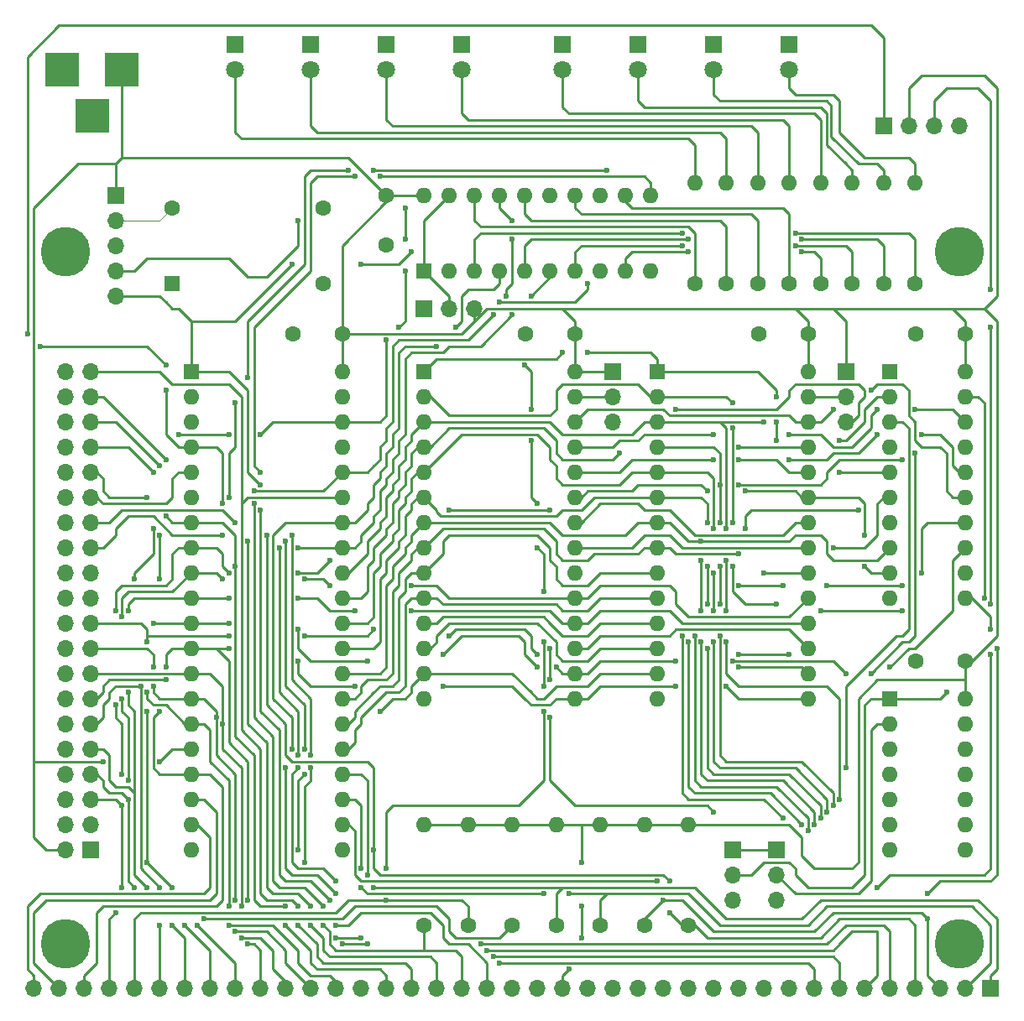
<source format=gtl>
G04 #@! TF.FileFunction,Copper,L1,Top,Signal*
%FSLAX46Y46*%
G04 Gerber Fmt 4.6, Leading zero omitted, Abs format (unit mm)*
G04 Created by KiCad (PCBNEW 4.0.7) date 09/10/18 19:12:50*
%MOMM*%
%LPD*%
G01*
G04 APERTURE LIST*
%ADD10C,0.100000*%
%ADD11C,1.600000*%
%ADD12C,5.000000*%
%ADD13R,1.700000X1.700000*%
%ADD14O,1.700000X1.700000*%
%ADD15O,1.600000X1.600000*%
%ADD16R,1.600000X1.600000*%
%ADD17R,3.500000X3.500000*%
%ADD18R,1.800000X1.800000*%
%ADD19C,1.800000*%
%ADD20C,0.600000*%
%ADD21C,0.250000*%
G04 APERTURE END LIST*
D10*
D11*
X195580000Y-113030000D03*
X190580000Y-113030000D03*
X132715000Y-80010000D03*
X127715000Y-80010000D03*
X137160000Y-66040000D03*
X137160000Y-71040000D03*
X195580000Y-80010000D03*
X190580000Y-80010000D03*
X156210000Y-80010000D03*
X151210000Y-80010000D03*
D12*
X104775000Y-141605000D03*
X104775000Y-71755000D03*
D13*
X172085000Y-132080000D03*
D14*
X172085000Y-134620000D03*
X172085000Y-137160000D03*
D13*
X183515000Y-83820000D03*
D14*
X183515000Y-86360000D03*
X183515000Y-88900000D03*
D11*
X140970000Y-139700000D03*
D15*
X140970000Y-129540000D03*
D11*
X145415000Y-139700000D03*
D15*
X145415000Y-129540000D03*
D11*
X149860000Y-139700000D03*
D15*
X149860000Y-129540000D03*
D11*
X154305000Y-139700000D03*
D15*
X154305000Y-129540000D03*
D11*
X158750000Y-139700000D03*
D15*
X158750000Y-129540000D03*
D11*
X163195000Y-139700000D03*
D15*
X163195000Y-129540000D03*
D11*
X167640000Y-139700000D03*
D15*
X167640000Y-129540000D03*
D16*
X115570000Y-74930000D03*
D11*
X115570000Y-67310000D03*
X130810000Y-67310000D03*
X130810000Y-74930000D03*
D12*
X194945000Y-141605000D03*
X194945000Y-71755000D03*
D13*
X198120000Y-146050000D03*
D14*
X195580000Y-146050000D03*
X193040000Y-146050000D03*
X190500000Y-146050000D03*
X187960000Y-146050000D03*
X185420000Y-146050000D03*
X182880000Y-146050000D03*
X180340000Y-146050000D03*
X177800000Y-146050000D03*
X175260000Y-146050000D03*
X172720000Y-146050000D03*
X170180000Y-146050000D03*
X167640000Y-146050000D03*
X165100000Y-146050000D03*
X162560000Y-146050000D03*
X160020000Y-146050000D03*
X157480000Y-146050000D03*
X154940000Y-146050000D03*
X152400000Y-146050000D03*
X149860000Y-146050000D03*
X147320000Y-146050000D03*
X144780000Y-146050000D03*
X142240000Y-146050000D03*
X139700000Y-146050000D03*
X137160000Y-146050000D03*
X134620000Y-146050000D03*
X132080000Y-146050000D03*
X129540000Y-146050000D03*
X127000000Y-146050000D03*
X124460000Y-146050000D03*
X121920000Y-146050000D03*
X119380000Y-146050000D03*
X116840000Y-146050000D03*
X114300000Y-146050000D03*
X111760000Y-146050000D03*
X109220000Y-146050000D03*
X106680000Y-146050000D03*
X104140000Y-146050000D03*
X101600000Y-146050000D03*
D17*
X110490000Y-53340000D03*
X104490000Y-53340000D03*
X107490000Y-58040000D03*
D13*
X176530000Y-132080000D03*
D14*
X176530000Y-134620000D03*
X176530000Y-137160000D03*
D16*
X187960000Y-116840000D03*
D15*
X195580000Y-132080000D03*
X187960000Y-119380000D03*
X195580000Y-129540000D03*
X187960000Y-121920000D03*
X195580000Y-127000000D03*
X187960000Y-124460000D03*
X195580000Y-124460000D03*
X187960000Y-127000000D03*
X195580000Y-121920000D03*
X187960000Y-129540000D03*
X195580000Y-119380000D03*
X187960000Y-132080000D03*
X195580000Y-116840000D03*
D16*
X117475000Y-83820000D03*
D15*
X132715000Y-132080000D03*
X117475000Y-86360000D03*
X132715000Y-129540000D03*
X117475000Y-88900000D03*
X132715000Y-127000000D03*
X117475000Y-91440000D03*
X132715000Y-124460000D03*
X117475000Y-93980000D03*
X132715000Y-121920000D03*
X117475000Y-96520000D03*
X132715000Y-119380000D03*
X117475000Y-99060000D03*
X132715000Y-116840000D03*
X117475000Y-101600000D03*
X132715000Y-114300000D03*
X117475000Y-104140000D03*
X132715000Y-111760000D03*
X117475000Y-106680000D03*
X132715000Y-109220000D03*
X117475000Y-109220000D03*
X132715000Y-106680000D03*
X117475000Y-111760000D03*
X132715000Y-104140000D03*
X117475000Y-114300000D03*
X132715000Y-101600000D03*
X117475000Y-116840000D03*
X132715000Y-99060000D03*
X117475000Y-119380000D03*
X132715000Y-96520000D03*
X117475000Y-121920000D03*
X132715000Y-93980000D03*
X117475000Y-124460000D03*
X132715000Y-91440000D03*
X117475000Y-127000000D03*
X132715000Y-88900000D03*
X117475000Y-129540000D03*
X132715000Y-86360000D03*
X117475000Y-132080000D03*
X132715000Y-83820000D03*
D16*
X187960000Y-83820000D03*
D15*
X195580000Y-106680000D03*
X187960000Y-86360000D03*
X195580000Y-104140000D03*
X187960000Y-88900000D03*
X195580000Y-101600000D03*
X187960000Y-91440000D03*
X195580000Y-99060000D03*
X187960000Y-93980000D03*
X195580000Y-96520000D03*
X187960000Y-96520000D03*
X195580000Y-93980000D03*
X187960000Y-99060000D03*
X195580000Y-91440000D03*
X187960000Y-101600000D03*
X195580000Y-88900000D03*
X187960000Y-104140000D03*
X195580000Y-86360000D03*
X187960000Y-106680000D03*
X195580000Y-83820000D03*
D13*
X107315000Y-132080000D03*
D14*
X104775000Y-132080000D03*
X107315000Y-129540000D03*
X104775000Y-129540000D03*
X107315000Y-127000000D03*
X104775000Y-127000000D03*
X107315000Y-124460000D03*
X104775000Y-124460000D03*
X107315000Y-121920000D03*
X104775000Y-121920000D03*
X107315000Y-119380000D03*
X104775000Y-119380000D03*
X107315000Y-116840000D03*
X104775000Y-116840000D03*
X107315000Y-114300000D03*
X104775000Y-114300000D03*
X107315000Y-111760000D03*
X104775000Y-111760000D03*
X107315000Y-109220000D03*
X104775000Y-109220000D03*
X107315000Y-106680000D03*
X104775000Y-106680000D03*
X107315000Y-104140000D03*
X104775000Y-104140000D03*
X107315000Y-101600000D03*
X104775000Y-101600000D03*
X107315000Y-99060000D03*
X104775000Y-99060000D03*
X107315000Y-96520000D03*
X104775000Y-96520000D03*
X107315000Y-93980000D03*
X104775000Y-93980000D03*
X107315000Y-91440000D03*
X104775000Y-91440000D03*
X107315000Y-88900000D03*
X104775000Y-88900000D03*
X107315000Y-86360000D03*
X104775000Y-86360000D03*
X107315000Y-83820000D03*
X104775000Y-83820000D03*
D13*
X160020000Y-83820000D03*
D14*
X160020000Y-86360000D03*
X160020000Y-88900000D03*
D18*
X121920000Y-50800000D03*
D19*
X121920000Y-53340000D03*
D18*
X129540000Y-50800000D03*
D19*
X129540000Y-53340000D03*
D18*
X137160000Y-50800000D03*
D19*
X137160000Y-53340000D03*
D18*
X144780000Y-50800000D03*
D19*
X144780000Y-53340000D03*
D18*
X154940000Y-50800000D03*
D19*
X154940000Y-53340000D03*
D18*
X162560000Y-50800000D03*
D19*
X162560000Y-53340000D03*
D18*
X170180000Y-50800000D03*
D19*
X170180000Y-53340000D03*
D18*
X177800000Y-50800000D03*
D19*
X177800000Y-53340000D03*
D13*
X140970000Y-77470000D03*
D14*
X143510000Y-77470000D03*
X146050000Y-77470000D03*
D11*
X168275000Y-74930000D03*
D15*
X168275000Y-64770000D03*
D11*
X171450000Y-74930000D03*
D15*
X171450000Y-64770000D03*
D11*
X174625000Y-74930000D03*
D15*
X174625000Y-64770000D03*
D11*
X177800000Y-74930000D03*
D15*
X177800000Y-64770000D03*
D11*
X180975000Y-74930000D03*
D15*
X180975000Y-64770000D03*
D11*
X184150000Y-74930000D03*
D15*
X184150000Y-64770000D03*
D11*
X187325000Y-74930000D03*
D15*
X187325000Y-64770000D03*
D11*
X190500000Y-74930000D03*
D15*
X190500000Y-64770000D03*
D16*
X140970000Y-73660000D03*
D15*
X163830000Y-66040000D03*
X143510000Y-73660000D03*
X161290000Y-66040000D03*
X146050000Y-73660000D03*
X158750000Y-66040000D03*
X148590000Y-73660000D03*
X156210000Y-66040000D03*
X151130000Y-73660000D03*
X153670000Y-66040000D03*
X153670000Y-73660000D03*
X151130000Y-66040000D03*
X156210000Y-73660000D03*
X148590000Y-66040000D03*
X158750000Y-73660000D03*
X146050000Y-66040000D03*
X161290000Y-73660000D03*
X143510000Y-66040000D03*
X163830000Y-73660000D03*
X140970000Y-66040000D03*
D11*
X179705000Y-80010000D03*
X174705000Y-80010000D03*
D13*
X109855000Y-66040000D03*
D14*
X109855000Y-68580000D03*
X109855000Y-71120000D03*
X109855000Y-73660000D03*
X109855000Y-76200000D03*
D16*
X140970000Y-83820000D03*
D15*
X156210000Y-116840000D03*
X140970000Y-86360000D03*
X156210000Y-114300000D03*
X140970000Y-88900000D03*
X156210000Y-111760000D03*
X140970000Y-91440000D03*
X156210000Y-109220000D03*
X140970000Y-93980000D03*
X156210000Y-106680000D03*
X140970000Y-96520000D03*
X156210000Y-104140000D03*
X140970000Y-99060000D03*
X156210000Y-101600000D03*
X140970000Y-101600000D03*
X156210000Y-99060000D03*
X140970000Y-104140000D03*
X156210000Y-96520000D03*
X140970000Y-106680000D03*
X156210000Y-93980000D03*
X140970000Y-109220000D03*
X156210000Y-91440000D03*
X140970000Y-111760000D03*
X156210000Y-88900000D03*
X140970000Y-114300000D03*
X156210000Y-86360000D03*
X140970000Y-116840000D03*
X156210000Y-83820000D03*
D16*
X164465000Y-83820000D03*
D15*
X179705000Y-116840000D03*
X164465000Y-86360000D03*
X179705000Y-114300000D03*
X164465000Y-88900000D03*
X179705000Y-111760000D03*
X164465000Y-91440000D03*
X179705000Y-109220000D03*
X164465000Y-93980000D03*
X179705000Y-106680000D03*
X164465000Y-96520000D03*
X179705000Y-104140000D03*
X164465000Y-99060000D03*
X179705000Y-101600000D03*
X164465000Y-101600000D03*
X179705000Y-99060000D03*
X164465000Y-104140000D03*
X179705000Y-96520000D03*
X164465000Y-106680000D03*
X179705000Y-93980000D03*
X164465000Y-109220000D03*
X179705000Y-91440000D03*
X164465000Y-111760000D03*
X179705000Y-88900000D03*
X164465000Y-114300000D03*
X179705000Y-86360000D03*
X164465000Y-116840000D03*
X179705000Y-83820000D03*
D13*
X187325000Y-59055000D03*
D14*
X189865000Y-59055000D03*
X192405000Y-59055000D03*
X194945000Y-59055000D03*
D20*
X155575000Y-144145000D03*
X156845000Y-137795000D03*
X156845000Y-140970000D03*
X156845000Y-133350000D03*
X114300000Y-123190000D03*
X108585000Y-123190000D03*
X135890000Y-132080000D03*
X165735000Y-138430000D03*
X165735000Y-135255000D03*
X125095000Y-100330000D03*
X121920000Y-99060000D03*
X128905000Y-133350000D03*
X146685000Y-141605000D03*
X134620000Y-140970000D03*
X132080000Y-140970000D03*
X129540000Y-123825000D03*
X129540000Y-122555000D03*
X127635000Y-100330000D03*
X124460000Y-93980000D03*
X133985000Y-64135000D03*
X136525000Y-64135000D03*
X116205000Y-90170000D03*
X121285000Y-90170000D03*
X124460000Y-90170000D03*
X137160000Y-80645000D03*
X138430000Y-79375000D03*
X139065000Y-73660000D03*
X139065000Y-70485000D03*
X139065000Y-67310000D03*
X118745000Y-139065000D03*
X115570000Y-135890000D03*
X113665000Y-99695000D03*
X113665000Y-93980000D03*
X111760000Y-104775000D03*
X113030000Y-133350000D03*
X109855000Y-138430000D03*
X113030000Y-118110000D03*
X114300000Y-93345000D03*
X114300000Y-118110000D03*
X114300000Y-100330000D03*
X114300000Y-104775000D03*
X135890000Y-135890000D03*
X135255000Y-134620000D03*
X155575000Y-136525000D03*
X134620000Y-135890000D03*
X134620000Y-133985000D03*
X153035000Y-136525000D03*
X198120000Y-75565000D03*
X198120000Y-79375000D03*
X198120000Y-107315000D03*
X191770000Y-136525000D03*
X191770000Y-139065000D03*
X198755000Y-111760000D03*
X165100000Y-137160000D03*
X164465000Y-135255000D03*
X127000000Y-100965000D03*
X128905000Y-121920000D03*
X128905000Y-124460000D03*
X135255000Y-141605000D03*
X132715000Y-141605000D03*
X147320000Y-142240000D03*
X128270000Y-132080000D03*
X121285000Y-96520000D03*
X123190000Y-84455000D03*
X121920000Y-86995000D03*
X159385000Y-63500000D03*
X135890000Y-63500000D03*
X133350000Y-63500000D03*
X149860000Y-78105000D03*
X151765000Y-76200000D03*
X128270000Y-101600000D03*
X128270000Y-122555000D03*
X128270000Y-123825000D03*
X132080000Y-135255000D03*
X147955000Y-142875000D03*
X113030000Y-96520000D03*
X126365000Y-101600000D03*
X142240000Y-81280000D03*
X144145000Y-79375000D03*
X186690000Y-135890000D03*
X198120000Y-112395000D03*
X198120000Y-109855000D03*
X148590000Y-143510000D03*
X132080000Y-136525000D03*
X127635000Y-121920000D03*
X127000000Y-123825000D03*
X186690000Y-87630000D03*
X175260000Y-88900000D03*
X177800000Y-90170000D03*
X190500000Y-87630000D03*
X171450000Y-99695000D03*
X171450000Y-102870000D03*
X171450000Y-107950000D03*
X171450000Y-111125000D03*
X182880000Y-127000000D03*
X189230000Y-92710000D03*
X170815000Y-95250000D03*
X172720000Y-95250000D03*
X170815000Y-99060000D03*
X182245000Y-127635000D03*
X170815000Y-110490000D03*
X170815000Y-107315000D03*
X170815000Y-103505000D03*
X160655000Y-92075000D03*
X181610000Y-105410000D03*
X177165000Y-105410000D03*
X172720000Y-105410000D03*
X189230000Y-105410000D03*
X191135000Y-104140000D03*
X170180000Y-104140000D03*
X170180000Y-107950000D03*
X170180000Y-111125000D03*
X181610000Y-128270000D03*
X170180000Y-99695000D03*
X180975000Y-128905000D03*
X169545000Y-111760000D03*
X172720000Y-112395000D03*
X187960000Y-113665000D03*
X177800000Y-112395000D03*
X169545000Y-103505000D03*
X169545000Y-107315000D03*
X169545000Y-99060000D03*
X168910000Y-102870000D03*
X168910000Y-107950000D03*
X168910000Y-111125000D03*
X180340000Y-129540000D03*
X168910000Y-100965000D03*
X184785000Y-97790000D03*
X173355000Y-99695000D03*
X172720000Y-102235000D03*
X168275000Y-110490000D03*
X179705000Y-130175000D03*
X167640000Y-111125000D03*
X179070000Y-129540000D03*
X190500000Y-92075000D03*
X172085000Y-113030000D03*
X183515000Y-114300000D03*
X186055000Y-114300000D03*
X167005000Y-110490000D03*
X177165000Y-128905000D03*
X183515000Y-123825000D03*
X127635000Y-73025000D03*
X139700000Y-71755000D03*
X134620000Y-73025000D03*
X124460000Y-95250000D03*
X132080000Y-139700000D03*
X131445000Y-137160000D03*
X124460000Y-97790000D03*
X148590000Y-76835000D03*
X147955000Y-78105000D03*
X157480000Y-74930000D03*
X130810000Y-139700000D03*
X130810000Y-137795000D03*
X123825000Y-95885000D03*
X123825000Y-97155000D03*
X100965000Y-80010000D03*
X102235000Y-81280000D03*
X114935000Y-83185000D03*
X114935000Y-85725000D03*
X120650000Y-97155000D03*
X120650000Y-100330000D03*
X123190000Y-100965000D03*
X129540000Y-137795000D03*
X129540000Y-139700000D03*
X128270000Y-137795000D03*
X128270000Y-139700000D03*
X121920000Y-103505000D03*
X153670000Y-97790000D03*
X143510000Y-97790000D03*
X127000000Y-137795000D03*
X127000000Y-139700000D03*
X114935000Y-92710000D03*
X114935000Y-98425000D03*
X135890000Y-109855000D03*
X121285000Y-110490000D03*
X128905000Y-110490000D03*
X121285000Y-137795000D03*
X121285000Y-139700000D03*
X113030000Y-111125000D03*
X113030000Y-116205000D03*
X120015000Y-118745000D03*
X121920000Y-140335000D03*
X121920000Y-137160000D03*
X113665000Y-113665000D03*
X113665000Y-115570000D03*
X120650000Y-119380000D03*
X136525000Y-118110000D03*
X122555000Y-137795000D03*
X122555000Y-140970000D03*
X142875000Y-115570000D03*
X171450000Y-115570000D03*
X166370000Y-115570000D03*
X128270000Y-113030000D03*
X133985000Y-115570000D03*
X121285000Y-111760000D03*
X123190000Y-137160000D03*
X123190000Y-141605000D03*
X114935000Y-113665000D03*
X114935000Y-114935000D03*
X142875000Y-112395000D03*
X135255000Y-113030000D03*
X121285000Y-109220000D03*
X128270000Y-109855000D03*
X154305000Y-113665000D03*
X152400000Y-113665000D03*
X166370000Y-113030000D03*
X172720000Y-113665000D03*
X114300000Y-135890000D03*
X118110000Y-139700000D03*
X113665000Y-109220000D03*
X112395000Y-115570000D03*
X152400000Y-112395000D03*
X133985000Y-107950000D03*
X143510000Y-110490000D03*
X121285000Y-106680000D03*
X128270000Y-106680000D03*
X111125000Y-116205000D03*
X111125000Y-107950000D03*
X113030000Y-135890000D03*
X116840000Y-139700000D03*
X120650000Y-104775000D03*
X128905000Y-104775000D03*
X131445000Y-105410000D03*
X139700000Y-107950000D03*
X111125000Y-127000000D03*
X110490000Y-108585000D03*
X110490000Y-116840000D03*
X111125000Y-125095000D03*
X111760000Y-135890000D03*
X115570000Y-139700000D03*
X121285000Y-104140000D03*
X128270000Y-104140000D03*
X131445000Y-102870000D03*
X139700000Y-105410000D03*
X110490000Y-124460000D03*
X109855000Y-117475000D03*
X109855000Y-107950000D03*
X110490000Y-127635000D03*
X110490000Y-135890000D03*
X114300000Y-139700000D03*
X149225000Y-76200000D03*
X151130000Y-83185000D03*
X151765000Y-87630000D03*
X149860000Y-68580000D03*
X149860000Y-70485000D03*
X151765000Y-90805000D03*
X137160000Y-137160000D03*
X137160000Y-133985000D03*
X153035000Y-118110000D03*
X153035000Y-115570000D03*
X153035000Y-111125000D03*
X153035000Y-106045000D03*
X152400000Y-101600000D03*
X152400000Y-97155000D03*
X166370000Y-87630000D03*
X197485000Y-106680000D03*
X193675000Y-116205000D03*
X170180000Y-90170000D03*
X172720000Y-91440000D03*
X182880000Y-90805000D03*
X189230000Y-107950000D03*
X172085000Y-99060000D03*
X172085000Y-103505000D03*
X172085000Y-89535000D03*
X172085000Y-86995000D03*
X180975000Y-107950000D03*
X176530000Y-107315000D03*
X170180000Y-92710000D03*
X172720000Y-92710000D03*
X182880000Y-93980000D03*
X182245000Y-87630000D03*
X186055000Y-85725000D03*
X182245000Y-101600000D03*
X191135000Y-90170000D03*
X186690000Y-90170000D03*
X177800000Y-92710000D03*
X176530000Y-88900000D03*
X176530000Y-86360000D03*
X176530000Y-90805000D03*
X157480000Y-81915000D03*
X154940000Y-81915000D03*
X169545000Y-95885000D03*
X173355000Y-95885000D03*
X185420000Y-100330000D03*
X185420000Y-103505000D03*
X175260000Y-104140000D03*
X170180000Y-128270000D03*
X153670000Y-118745000D03*
X153670000Y-114935000D03*
X153670000Y-111760000D03*
X167640000Y-71755000D03*
X179070000Y-71755000D03*
X167005000Y-71120000D03*
X178435000Y-71120000D03*
X179070000Y-70485000D03*
X167640000Y-70485000D03*
X178435000Y-69850000D03*
X167005000Y-69850000D03*
X128270000Y-68580000D03*
D21*
X189865000Y-59055000D02*
X189865000Y-55245000D01*
X197485000Y-53975000D02*
X198755000Y-55245000D01*
X191135000Y-53975000D02*
X197485000Y-53975000D01*
X189865000Y-55245000D02*
X191135000Y-53975000D01*
X198755000Y-110490000D02*
X198755000Y-81280000D01*
X197485000Y-77470000D02*
X198755000Y-76200000D01*
X198755000Y-76200000D02*
X198755000Y-55245000D01*
X110490000Y-53340000D02*
X110490000Y-55245000D01*
X110490000Y-55245000D02*
X110490000Y-60325000D01*
X110490000Y-60325000D02*
X110490000Y-62230000D01*
X146050000Y-78740000D02*
X147320000Y-77470000D01*
X144780000Y-80010000D02*
X146050000Y-78740000D01*
X186690000Y-114935000D02*
X184785000Y-116840000D01*
X154940000Y-144780000D02*
X155575000Y-144145000D01*
X156845000Y-129540000D02*
X156845000Y-133350000D01*
X156845000Y-137795000D02*
X156845000Y-140970000D01*
X154940000Y-144780000D02*
X154940000Y-146050000D01*
X156210000Y-83820000D02*
X160020000Y-83820000D01*
X156210000Y-83820000D02*
X156210000Y-80010000D01*
X146050000Y-77470000D02*
X146050000Y-78740000D01*
X143510000Y-80010000D02*
X132715000Y-80010000D01*
X144780000Y-80010000D02*
X143510000Y-80010000D01*
X194310000Y-77470000D02*
X197485000Y-77470000D01*
X198755000Y-78740000D02*
X198755000Y-81280000D01*
X197485000Y-77470000D02*
X198755000Y-78740000D01*
X179705000Y-80010000D02*
X179705000Y-83820000D01*
X183515000Y-81280000D02*
X183515000Y-78740000D01*
X183515000Y-83820000D02*
X183515000Y-81280000D01*
X183515000Y-78740000D02*
X182245000Y-77470000D01*
X194310000Y-77470000D02*
X195580000Y-78740000D01*
X195580000Y-78740000D02*
X195580000Y-80010000D01*
X182245000Y-77470000D02*
X194310000Y-77470000D01*
X178435000Y-77470000D02*
X182245000Y-77470000D01*
X156210000Y-77470000D02*
X178435000Y-77470000D01*
X154940000Y-77470000D02*
X156210000Y-77470000D01*
X179705000Y-78740000D02*
X179705000Y-80010000D01*
X178435000Y-77470000D02*
X179705000Y-78740000D01*
X156210000Y-80010000D02*
X156210000Y-78740000D01*
X156210000Y-78740000D02*
X154940000Y-77470000D01*
X147320000Y-77470000D02*
X154940000Y-77470000D01*
X132715000Y-80010000D02*
X132715000Y-71120000D01*
X132715000Y-71120000D02*
X137160000Y-66675000D01*
X137160000Y-66675000D02*
X137160000Y-66040000D01*
X110490000Y-62230000D02*
X112395000Y-62230000D01*
X112395000Y-62230000D02*
X133350000Y-62230000D01*
X133350000Y-62230000D02*
X137160000Y-66040000D01*
X109855000Y-62865000D02*
X109855000Y-66040000D01*
X109855000Y-62865000D02*
X106045000Y-62865000D01*
X110490000Y-62230000D02*
X109855000Y-62865000D01*
X184785000Y-130175000D02*
X184785000Y-133350000D01*
X179070000Y-132715000D02*
X179070000Y-132080000D01*
X180340000Y-133985000D02*
X179070000Y-132715000D01*
X184150000Y-133985000D02*
X180340000Y-133985000D01*
X184785000Y-133350000D02*
X184150000Y-133985000D01*
X177800000Y-129540000D02*
X179070000Y-130810000D01*
X184785000Y-130175000D02*
X184785000Y-126365000D01*
X179070000Y-130810000D02*
X179070000Y-132080000D01*
X167640000Y-129540000D02*
X177800000Y-129540000D01*
X184785000Y-126365000D02*
X184785000Y-116840000D01*
X154940000Y-145415000D02*
X154940000Y-146050000D01*
X115570000Y-121920000D02*
X117475000Y-121920000D01*
X114300000Y-123190000D02*
X115570000Y-121920000D01*
X104775000Y-132080000D02*
X102870000Y-132080000D01*
X102870000Y-132080000D02*
X101600000Y-130810000D01*
X160020000Y-83820000D02*
X160020000Y-84455000D01*
X195580000Y-113030000D02*
X196215000Y-113030000D01*
X196215000Y-113030000D02*
X198755000Y-110490000D01*
X195580000Y-83820000D02*
X195580000Y-80010000D01*
X186690000Y-114935000D02*
X195580000Y-114935000D01*
X163195000Y-129540000D02*
X167640000Y-129540000D01*
X158750000Y-129540000D02*
X163195000Y-129540000D01*
X154305000Y-129540000D02*
X156845000Y-129540000D01*
X156845000Y-129540000D02*
X158750000Y-129540000D01*
X145415000Y-129540000D02*
X140970000Y-129540000D01*
X149860000Y-129540000D02*
X145415000Y-129540000D01*
X154305000Y-129540000D02*
X149860000Y-129540000D01*
X195580000Y-113030000D02*
X195580000Y-114935000D01*
X195580000Y-114935000D02*
X195580000Y-116840000D01*
X137160000Y-66040000D02*
X140970000Y-66040000D01*
X132715000Y-80010000D02*
X132715000Y-83820000D01*
X106045000Y-62865000D02*
X102870000Y-66040000D01*
X101600000Y-123190000D02*
X108585000Y-123190000D01*
X101600000Y-67310000D02*
X102870000Y-66040000D01*
X101600000Y-123190000D02*
X101600000Y-67310000D01*
X101600000Y-130810000D02*
X101600000Y-123190000D01*
X165735000Y-138430000D02*
X167005000Y-139700000D01*
X154940000Y-134620000D02*
X157480000Y-134620000D01*
X135890000Y-133985000D02*
X135890000Y-132080000D01*
X136525000Y-134620000D02*
X135890000Y-133985000D01*
X154940000Y-134620000D02*
X153670000Y-134620000D01*
X165100000Y-134620000D02*
X157480000Y-134620000D01*
X165735000Y-135255000D02*
X165100000Y-134620000D01*
X153670000Y-134620000D02*
X136525000Y-134620000D01*
X135890000Y-132080000D02*
X135890000Y-128270000D01*
X135890000Y-128270000D02*
X135890000Y-123825000D01*
X135255000Y-123190000D02*
X133985000Y-123190000D01*
X135890000Y-123825000D02*
X135255000Y-123190000D01*
X120650000Y-97790000D02*
X118745000Y-97790000D01*
X120650000Y-97790000D02*
X121920000Y-99060000D01*
X109220000Y-99060000D02*
X110490000Y-97790000D01*
X110490000Y-97790000D02*
X118745000Y-97790000D01*
X107315000Y-99060000D02*
X109220000Y-99060000D01*
X127635000Y-123190000D02*
X127000000Y-122555000D01*
X130175000Y-123190000D02*
X127635000Y-123190000D01*
X133985000Y-123190000D02*
X130175000Y-123190000D01*
X125095000Y-117475000D02*
X125095000Y-100330000D01*
X127000000Y-119380000D02*
X125095000Y-117475000D01*
X127000000Y-122555000D02*
X127000000Y-119380000D01*
X167005000Y-139700000D02*
X167640000Y-139700000D01*
X190500000Y-146050000D02*
X190500000Y-139700000D01*
X190500000Y-139700000D02*
X189865000Y-139065000D01*
X189865000Y-139065000D02*
X188595000Y-139065000D01*
X169545000Y-140970000D02*
X168275000Y-139700000D01*
X169545000Y-140970000D02*
X180975000Y-140970000D01*
X180975000Y-140970000D02*
X182880000Y-139065000D01*
X182880000Y-139065000D02*
X188595000Y-139065000D01*
X167640000Y-139700000D02*
X168275000Y-139700000D01*
X128905000Y-133350000D02*
X128905000Y-127000000D01*
X127635000Y-102870000D02*
X127635000Y-100330000D01*
X187960000Y-146050000D02*
X187960000Y-142240000D01*
X187325000Y-139700000D02*
X187960000Y-140335000D01*
X187960000Y-140335000D02*
X187960000Y-142240000D01*
X147955000Y-141605000D02*
X146685000Y-141605000D01*
X187325000Y-139700000D02*
X183515000Y-139700000D01*
X157480000Y-141605000D02*
X181610000Y-141605000D01*
X183515000Y-139700000D02*
X181610000Y-141605000D01*
X147955000Y-141605000D02*
X157480000Y-141605000D01*
X134620000Y-140970000D02*
X132080000Y-140970000D01*
X129540000Y-119380000D02*
X129540000Y-122555000D01*
X127635000Y-102870000D02*
X127635000Y-113030000D01*
X127635000Y-113030000D02*
X127635000Y-114935000D01*
X127635000Y-114935000D02*
X129540000Y-116840000D01*
X129540000Y-116840000D02*
X129540000Y-119380000D01*
X128905000Y-125730000D02*
X128905000Y-127000000D01*
X129540000Y-125095000D02*
X128905000Y-125730000D01*
X129540000Y-123825000D02*
X129540000Y-125095000D01*
X163830000Y-66040000D02*
X163830000Y-64770000D01*
X123825000Y-79375000D02*
X129540000Y-73660000D01*
X129540000Y-73660000D02*
X129540000Y-71755000D01*
X123825000Y-81280000D02*
X123825000Y-93345000D01*
X123825000Y-93345000D02*
X124460000Y-93980000D01*
X123825000Y-81280000D02*
X123825000Y-79375000D01*
X129540000Y-64770000D02*
X129540000Y-71755000D01*
X130175000Y-64135000D02*
X129540000Y-64770000D01*
X130810000Y-64135000D02*
X130175000Y-64135000D01*
X133985000Y-64135000D02*
X130810000Y-64135000D01*
X163195000Y-64135000D02*
X136525000Y-64135000D01*
X163830000Y-64770000D02*
X163195000Y-64135000D01*
X115570000Y-95885000D02*
X115570000Y-96520000D01*
X108585000Y-97155000D02*
X107950000Y-96520000D01*
X114935000Y-97155000D02*
X108585000Y-97155000D01*
X115570000Y-96520000D02*
X114935000Y-97155000D01*
X107950000Y-96520000D02*
X107315000Y-96520000D01*
X116205000Y-93980000D02*
X117475000Y-93980000D01*
X115570000Y-94615000D02*
X116205000Y-93980000D01*
X115570000Y-95885000D02*
X115570000Y-94615000D01*
X121285000Y-90170000D02*
X116205000Y-90170000D01*
X124460000Y-90170000D02*
X125730000Y-88900000D01*
X125730000Y-88900000D02*
X132715000Y-88900000D01*
X111760000Y-104775000D02*
X111760000Y-104140000D01*
X111760000Y-104140000D02*
X113665000Y-102235000D01*
X137160000Y-81915000D02*
X137160000Y-80645000D01*
X138430000Y-79375000D02*
X139065000Y-78740000D01*
X139065000Y-78740000D02*
X139065000Y-73660000D01*
X139065000Y-70485000D02*
X139065000Y-67310000D01*
X132715000Y-88900000D02*
X136525000Y-88900000D01*
X137160000Y-88265000D02*
X137160000Y-81915000D01*
X136525000Y-88900000D02*
X137160000Y-88265000D01*
X146685000Y-140970000D02*
X144145000Y-140970000D01*
X132715000Y-139065000D02*
X118745000Y-139065000D01*
X133985000Y-137795000D02*
X132715000Y-139065000D01*
X142240000Y-137795000D02*
X133985000Y-137795000D01*
X143510000Y-139065000D02*
X142240000Y-137795000D01*
X143510000Y-140335000D02*
X143510000Y-139065000D01*
X144145000Y-140970000D02*
X143510000Y-140335000D01*
X113030000Y-133350000D02*
X115570000Y-135890000D01*
X148590000Y-140970000D02*
X149860000Y-139700000D01*
X146685000Y-140970000D02*
X148590000Y-140970000D01*
X109855000Y-91440000D02*
X111125000Y-91440000D01*
X107315000Y-91440000D02*
X109855000Y-91440000D01*
X113665000Y-99695000D02*
X113665000Y-102235000D01*
X111125000Y-91440000D02*
X113665000Y-93980000D01*
X113030000Y-119380000D02*
X113030000Y-118110000D01*
X109220000Y-139065000D02*
X109855000Y-138430000D01*
X109220000Y-139065000D02*
X109220000Y-146050000D01*
X113030000Y-119380000D02*
X113030000Y-133350000D01*
X114300000Y-104775000D02*
X114300000Y-100330000D01*
X114300000Y-93345000D02*
X109855000Y-88900000D01*
X107315000Y-88900000D02*
X109855000Y-88900000D01*
X114300000Y-124460000D02*
X117475000Y-124460000D01*
X113665000Y-123640002D02*
X113665000Y-123825000D01*
X113665000Y-118745000D02*
X113665000Y-123640002D01*
X113665000Y-118745000D02*
X114300000Y-118110000D01*
X114300000Y-124460000D02*
X113665000Y-123825000D01*
X118745000Y-124460000D02*
X119380000Y-124460000D01*
X120015000Y-137795000D02*
X119380000Y-137795000D01*
X120650000Y-137160000D02*
X120015000Y-137795000D01*
X120650000Y-125730000D02*
X120650000Y-137160000D01*
X119380000Y-124460000D02*
X120650000Y-125730000D01*
X117475000Y-124460000D02*
X118745000Y-124460000D01*
X106680000Y-144780000D02*
X107950000Y-143510000D01*
X119380000Y-137795000D02*
X113030000Y-137795000D01*
X106680000Y-144780000D02*
X106680000Y-146050000D01*
X108585000Y-137795000D02*
X113030000Y-137795000D01*
X107950000Y-138430000D02*
X108585000Y-137795000D01*
X107950000Y-143510000D02*
X107950000Y-138430000D01*
X135255000Y-128905000D02*
X135255000Y-125095000D01*
X134620000Y-124460000D02*
X132715000Y-124460000D01*
X135255000Y-125095000D02*
X134620000Y-124460000D01*
X154940000Y-135890000D02*
X157480000Y-135890000D01*
X167640000Y-135890000D02*
X157480000Y-135890000D01*
X198120000Y-144780000D02*
X198755000Y-144145000D01*
X198755000Y-144145000D02*
X198755000Y-139065000D01*
X198755000Y-139065000D02*
X196850000Y-137160000D01*
X196850000Y-137160000D02*
X193675000Y-137160000D01*
X198120000Y-144780000D02*
X198120000Y-146050000D01*
X179070000Y-139065000D02*
X171450000Y-139065000D01*
X168275000Y-135890000D02*
X171450000Y-139065000D01*
X167640000Y-135890000D02*
X168275000Y-135890000D01*
X193675000Y-137160000D02*
X180975000Y-137160000D01*
X180975000Y-137160000D02*
X179070000Y-139065000D01*
X135255000Y-133350000D02*
X135255000Y-134620000D01*
X154940000Y-135890000D02*
X139065000Y-135890000D01*
X138430000Y-135890000D02*
X139065000Y-135890000D01*
X135255000Y-128905000D02*
X135255000Y-133350000D01*
X135890000Y-135890000D02*
X138430000Y-135890000D01*
X132715000Y-124460000D02*
X132715000Y-125095000D01*
X154305000Y-136525000D02*
X154305000Y-139700000D01*
X154940000Y-135890000D02*
X154305000Y-136525000D01*
X154305000Y-139065000D02*
X154305000Y-139700000D01*
X134620000Y-129540000D02*
X134620000Y-127635000D01*
X133985000Y-127000000D02*
X132715000Y-127000000D01*
X134620000Y-127635000D02*
X133985000Y-127000000D01*
X155575000Y-136525000D02*
X156845000Y-136525000D01*
X135255000Y-136525000D02*
X134620000Y-135890000D01*
X135890000Y-136525000D02*
X135255000Y-136525000D01*
X159385000Y-136525000D02*
X156845000Y-136525000D01*
X135890000Y-136525000D02*
X140335000Y-136525000D01*
X134620000Y-129540000D02*
X134620000Y-133985000D01*
X153035000Y-136525000D02*
X140335000Y-136525000D01*
X132715000Y-127000000D02*
X133350000Y-127000000D01*
X167005000Y-136525000D02*
X167640000Y-136525000D01*
X167640000Y-136525000D02*
X170815000Y-139700000D01*
X198120000Y-139700000D02*
X196215000Y-137795000D01*
X196215000Y-137795000D02*
X193040000Y-137795000D01*
X198120000Y-143510000D02*
X195580000Y-146050000D01*
X198120000Y-143510000D02*
X198120000Y-140970000D01*
X198120000Y-140970000D02*
X198120000Y-139700000D01*
X181610000Y-137795000D02*
X193040000Y-137795000D01*
X179705000Y-139700000D02*
X181610000Y-137795000D01*
X170815000Y-139700000D02*
X179705000Y-139700000D01*
X159385000Y-136525000D02*
X167005000Y-136525000D01*
X158750000Y-139700000D02*
X158750000Y-137160000D01*
X158750000Y-137160000D02*
X159385000Y-136525000D01*
X192405000Y-59055000D02*
X192405000Y-56515000D01*
X198120000Y-75565000D02*
X198120000Y-56515000D01*
X198120000Y-107315000D02*
X198120000Y-79375000D01*
X191770000Y-136525000D02*
X193040000Y-135255000D01*
X193040000Y-135255000D02*
X195580000Y-135255000D01*
X198120000Y-135255000D02*
X195580000Y-135255000D01*
X198755000Y-134620000D02*
X198755000Y-111760000D01*
X198120000Y-135255000D02*
X198755000Y-134620000D01*
X196850000Y-55245000D02*
X198120000Y-56515000D01*
X193675000Y-55245000D02*
X196850000Y-55245000D01*
X192405000Y-56515000D02*
X193675000Y-55245000D01*
X155575000Y-135255000D02*
X156845000Y-135255000D01*
X133350000Y-129540000D02*
X133985000Y-130175000D01*
X156845000Y-135255000D02*
X164465000Y-135255000D01*
X139065000Y-135255000D02*
X155575000Y-135255000D01*
X134620000Y-135255000D02*
X139065000Y-135255000D01*
X133985000Y-130175000D02*
X133985000Y-134620000D01*
X133985000Y-134620000D02*
X134620000Y-135255000D01*
X132715000Y-129540000D02*
X133350000Y-129540000D01*
X179070000Y-140335000D02*
X180340000Y-140335000D01*
X180340000Y-140335000D02*
X182245000Y-138430000D01*
X182245000Y-138430000D02*
X191135000Y-138430000D01*
X191135000Y-138430000D02*
X191770000Y-139065000D01*
X191770000Y-139065000D02*
X191770000Y-144780000D01*
X191770000Y-144780000D02*
X193040000Y-146050000D01*
X179070000Y-140335000D02*
X170180000Y-140335000D01*
X166370000Y-137160000D02*
X167005000Y-137160000D01*
X165100000Y-137160000D02*
X166370000Y-137160000D01*
X167005000Y-137160000D02*
X167640000Y-137795000D01*
X170180000Y-140335000D02*
X167640000Y-137795000D01*
X163195000Y-139065000D02*
X165100000Y-137160000D01*
X163195000Y-139700000D02*
X163195000Y-139065000D01*
X128270000Y-127635000D02*
X128270000Y-132080000D01*
X128905000Y-124460000D02*
X128270000Y-125095000D01*
X128270000Y-125095000D02*
X128270000Y-127635000D01*
X128905000Y-117475000D02*
X128905000Y-119380000D01*
X127000000Y-115570000D02*
X128905000Y-117475000D01*
X127000000Y-102235000D02*
X127000000Y-115570000D01*
X128905000Y-119380000D02*
X128905000Y-121920000D01*
X132715000Y-141605000D02*
X135255000Y-141605000D01*
X149225000Y-142240000D02*
X157480000Y-142240000D01*
X182245000Y-142240000D02*
X157480000Y-142240000D01*
X184150000Y-140335000D02*
X182880000Y-141605000D01*
X182880000Y-141605000D02*
X182245000Y-142240000D01*
X186690000Y-140335000D02*
X184150000Y-140335000D01*
X149225000Y-142240000D02*
X147320000Y-142240000D01*
X186690000Y-141605000D02*
X186690000Y-144780000D01*
X186690000Y-140335000D02*
X186690000Y-141605000D01*
X186690000Y-144780000D02*
X185420000Y-146050000D01*
X127000000Y-102235000D02*
X127000000Y-100965000D01*
X128905000Y-71755000D02*
X128905000Y-64135000D01*
X123190000Y-78740000D02*
X128905000Y-73025000D01*
X128905000Y-73025000D02*
X128905000Y-71755000D01*
X121920000Y-90805000D02*
X121920000Y-86995000D01*
X121285000Y-96520000D02*
X121285000Y-92075000D01*
X121285000Y-92075000D02*
X121920000Y-91440000D01*
X121920000Y-90805000D02*
X121920000Y-91440000D01*
X123190000Y-84455000D02*
X123190000Y-81280000D01*
X123190000Y-81280000D02*
X123190000Y-78740000D01*
X135890000Y-63500000D02*
X159385000Y-63500000D01*
X129540000Y-63500000D02*
X133350000Y-63500000D01*
X128905000Y-64135000D02*
X129540000Y-63500000D01*
X142875000Y-81915000D02*
X143510000Y-81280000D01*
X143510000Y-81280000D02*
X146685000Y-81280000D01*
X146685000Y-81280000D02*
X149860000Y-78105000D01*
X134620000Y-100965000D02*
X134620000Y-100330000D01*
X134620000Y-100330000D02*
X135890000Y-99060000D01*
X135890000Y-99060000D02*
X135890000Y-98425000D01*
X135890000Y-98425000D02*
X136525000Y-97790000D01*
X136525000Y-97790000D02*
X136525000Y-95885000D01*
X136525000Y-95885000D02*
X137160000Y-95250000D01*
X137160000Y-95250000D02*
X137160000Y-94615000D01*
X137160000Y-94615000D02*
X137795000Y-93980000D01*
X137795000Y-93980000D02*
X137795000Y-92710000D01*
X137795000Y-92710000D02*
X138430000Y-92075000D01*
X138430000Y-92075000D02*
X138430000Y-90805000D01*
X138430000Y-90805000D02*
X139065000Y-90170000D01*
X139065000Y-90170000D02*
X139065000Y-82550000D01*
X139065000Y-82550000D02*
X139700000Y-81915000D01*
X132715000Y-101600000D02*
X133985000Y-101600000D01*
X133985000Y-101600000D02*
X134620000Y-100965000D01*
X139700000Y-81915000D02*
X142875000Y-81915000D01*
X151765000Y-76200000D02*
X153670000Y-74295000D01*
X153670000Y-74295000D02*
X153670000Y-73660000D01*
X128270000Y-101600000D02*
X132715000Y-101600000D01*
X126365000Y-101600000D02*
X126365000Y-102870000D01*
X126365000Y-102870000D02*
X126365000Y-116205000D01*
X126365000Y-116205000D02*
X128270000Y-118110000D01*
X128270000Y-118110000D02*
X128270000Y-122555000D01*
X128270000Y-123825000D02*
X127635000Y-124460000D01*
X127635000Y-124460000D02*
X127635000Y-133350000D01*
X127635000Y-133350000D02*
X128270000Y-133985000D01*
X128270000Y-133985000D02*
X130175000Y-133985000D01*
X130175000Y-133985000D02*
X130810000Y-133985000D01*
X130810000Y-133985000D02*
X132080000Y-135255000D01*
X150495000Y-142875000D02*
X147955000Y-142875000D01*
X182880000Y-143510000D02*
X182880000Y-146050000D01*
X182245000Y-142875000D02*
X157480000Y-142875000D01*
X182880000Y-143510000D02*
X182245000Y-142875000D01*
X150495000Y-142875000D02*
X157480000Y-142875000D01*
X107315000Y-93980000D02*
X107950000Y-93980000D01*
X107950000Y-93980000D02*
X108585000Y-94615000D01*
X109220000Y-96520000D02*
X113030000Y-96520000D01*
X108585000Y-95885000D02*
X109220000Y-96520000D01*
X108585000Y-94615000D02*
X108585000Y-95885000D01*
X144780000Y-76835000D02*
X144780000Y-78740000D01*
X148590000Y-74930000D02*
X147955000Y-75565000D01*
X147955000Y-75565000D02*
X145415000Y-75565000D01*
X145415000Y-75565000D02*
X144780000Y-76200000D01*
X144780000Y-76200000D02*
X144780000Y-76835000D01*
X148590000Y-73660000D02*
X148590000Y-74930000D01*
X144780000Y-78740000D02*
X144145000Y-79375000D01*
X187960000Y-134620000D02*
X189230000Y-134620000D01*
X186690000Y-135890000D02*
X187960000Y-134620000D01*
X196215000Y-106680000D02*
X198120000Y-108585000D01*
X197485000Y-134620000D02*
X189230000Y-134620000D01*
X198120000Y-133985000D02*
X197485000Y-134620000D01*
X198120000Y-112395000D02*
X198120000Y-133985000D01*
X198120000Y-108585000D02*
X198120000Y-109855000D01*
X195580000Y-106680000D02*
X196215000Y-106680000D01*
X132715000Y-99060000D02*
X133985000Y-99060000D01*
X139065000Y-81280000D02*
X142240000Y-81280000D01*
X138430000Y-81915000D02*
X139065000Y-81280000D01*
X138430000Y-89535000D02*
X138430000Y-81915000D01*
X137795000Y-90170000D02*
X138430000Y-89535000D01*
X137795000Y-91440000D02*
X137795000Y-90170000D01*
X137160000Y-92075000D02*
X137795000Y-91440000D01*
X137160000Y-93345000D02*
X137160000Y-92075000D01*
X136525000Y-93980000D02*
X137160000Y-93345000D01*
X136525000Y-94615000D02*
X136525000Y-93980000D01*
X135890000Y-95250000D02*
X136525000Y-94615000D01*
X135890000Y-96520000D02*
X135890000Y-95250000D01*
X135255000Y-97155000D02*
X135890000Y-96520000D01*
X135255000Y-97790000D02*
X135255000Y-97155000D01*
X133985000Y-99060000D02*
X135255000Y-97790000D01*
X132080000Y-136525000D02*
X130175000Y-134620000D01*
X149860000Y-143510000D02*
X157480000Y-143510000D01*
X180340000Y-144145000D02*
X179705000Y-143510000D01*
X179705000Y-143510000D02*
X157480000Y-143510000D01*
X180340000Y-146050000D02*
X180340000Y-144145000D01*
X149860000Y-143510000D02*
X148590000Y-143510000D01*
X127000000Y-99060000D02*
X132715000Y-99060000D01*
X125730000Y-100330000D02*
X127000000Y-99060000D01*
X125730000Y-116840000D02*
X125730000Y-100330000D01*
X127635000Y-118745000D02*
X125730000Y-116840000D01*
X127635000Y-121920000D02*
X127635000Y-118745000D01*
X127000000Y-133985000D02*
X127000000Y-123825000D01*
X127635000Y-134620000D02*
X127000000Y-133985000D01*
X128270000Y-134620000D02*
X127635000Y-134620000D01*
X130175000Y-134620000D02*
X128270000Y-134620000D01*
X186055000Y-89535000D02*
X184150000Y-91440000D01*
X186055000Y-88265000D02*
X186690000Y-87630000D01*
X186055000Y-89535000D02*
X186055000Y-88265000D01*
X160020000Y-90170000D02*
X161925000Y-90170000D01*
X163195000Y-88900000D02*
X164465000Y-88900000D01*
X161925000Y-90170000D02*
X163195000Y-88900000D01*
X170815000Y-88900000D02*
X175260000Y-88900000D01*
X194310000Y-87630000D02*
X195580000Y-88900000D01*
X182245000Y-91440000D02*
X184150000Y-91440000D01*
X180975000Y-90170000D02*
X182245000Y-91440000D01*
X177800000Y-90170000D02*
X180975000Y-90170000D01*
X190500000Y-87630000D02*
X194310000Y-87630000D01*
X170815000Y-88900000D02*
X164465000Y-88900000D01*
X171450000Y-89535000D02*
X170815000Y-88900000D01*
X171450000Y-90170000D02*
X171450000Y-89535000D01*
X171450000Y-99695000D02*
X171450000Y-90170000D01*
X171450000Y-107950000D02*
X171450000Y-102870000D01*
X171450000Y-114300000D02*
X171450000Y-111125000D01*
X172720000Y-115570000D02*
X171450000Y-114300000D01*
X181610000Y-115570000D02*
X172720000Y-115570000D01*
X182880000Y-116840000D02*
X181610000Y-115570000D01*
X182880000Y-123190000D02*
X182880000Y-116840000D01*
X182880000Y-127000000D02*
X182880000Y-123190000D01*
X140970000Y-88900000D02*
X153670000Y-88900000D01*
X153670000Y-88900000D02*
X154940000Y-90170000D01*
X154940000Y-90170000D02*
X160020000Y-90170000D01*
X160020000Y-90170000D02*
X158115000Y-90170000D01*
X135255000Y-100965000D02*
X136525000Y-99695000D01*
X139700000Y-90170000D02*
X140970000Y-88900000D01*
X139700000Y-90805000D02*
X139700000Y-90170000D01*
X139065000Y-91440000D02*
X139700000Y-90805000D01*
X139065000Y-92710000D02*
X139065000Y-91440000D01*
X138430000Y-93345000D02*
X139065000Y-92710000D01*
X138430000Y-94615000D02*
X138430000Y-93345000D01*
X137795000Y-95250000D02*
X138430000Y-94615000D01*
X137795000Y-95885000D02*
X137795000Y-95250000D01*
X137160000Y-96520000D02*
X137795000Y-95885000D01*
X137160000Y-98425000D02*
X137160000Y-96520000D01*
X136525000Y-99060000D02*
X137160000Y-98425000D01*
X136525000Y-99695000D02*
X136525000Y-99060000D01*
X132715000Y-104140000D02*
X133350000Y-104140000D01*
X133350000Y-104140000D02*
X135255000Y-102235000D01*
X135255000Y-102235000D02*
X135255000Y-100965000D01*
X140970000Y-91440000D02*
X141605000Y-91440000D01*
X141605000Y-91440000D02*
X143510000Y-89535000D01*
X177800000Y-95250000D02*
X176530000Y-95250000D01*
X182880000Y-92710000D02*
X181610000Y-93980000D01*
X181610000Y-93980000D02*
X181610000Y-94615000D01*
X181610000Y-94615000D02*
X180975000Y-95250000D01*
X172720000Y-95250000D02*
X176530000Y-95250000D01*
X177800000Y-95250000D02*
X180975000Y-95250000D01*
X189230000Y-92710000D02*
X182880000Y-92710000D01*
X170815000Y-118745000D02*
X170815000Y-122555000D01*
X170815000Y-95250000D02*
X170815000Y-99060000D01*
X182245000Y-126365000D02*
X182245000Y-127635000D01*
X179070000Y-123190000D02*
X182245000Y-126365000D01*
X171450000Y-123190000D02*
X179070000Y-123190000D01*
X170815000Y-122555000D02*
X171450000Y-123190000D01*
X170815000Y-110490000D02*
X170815000Y-118745000D01*
X170815000Y-103505000D02*
X170815000Y-107315000D01*
X170180000Y-91440000D02*
X170815000Y-92075000D01*
X170180000Y-91440000D02*
X164465000Y-91440000D01*
X170815000Y-95250000D02*
X170815000Y-92075000D01*
X154305000Y-90805000D02*
X154305000Y-92075000D01*
X153035000Y-89535000D02*
X154305000Y-90805000D01*
X143510000Y-89535000D02*
X153035000Y-89535000D01*
X160020000Y-92710000D02*
X160655000Y-92075000D01*
X154940000Y-92710000D02*
X160020000Y-92710000D01*
X154305000Y-92075000D02*
X154940000Y-92710000D01*
X135890000Y-101600000D02*
X137160000Y-100330000D01*
X139700000Y-92075000D02*
X140335000Y-91440000D01*
X139700000Y-93345000D02*
X139700000Y-92075000D01*
X139065000Y-93980000D02*
X139700000Y-93345000D01*
X139065000Y-95250000D02*
X139065000Y-93980000D01*
X138430000Y-95885000D02*
X139065000Y-95250000D01*
X138430000Y-96520000D02*
X138430000Y-95885000D01*
X137795000Y-97155000D02*
X138430000Y-96520000D01*
X137795000Y-99060000D02*
X137795000Y-97155000D01*
X137160000Y-99695000D02*
X137795000Y-99060000D01*
X137160000Y-100330000D02*
X137160000Y-99695000D01*
X140335000Y-91440000D02*
X140970000Y-91440000D01*
X132715000Y-106680000D02*
X134620000Y-106680000D01*
X135890000Y-102870000D02*
X135890000Y-101600000D01*
X135255000Y-103505000D02*
X135890000Y-102870000D01*
X135255000Y-106045000D02*
X135255000Y-103505000D01*
X134620000Y-106680000D02*
X135255000Y-106045000D01*
X191135000Y-102235000D02*
X191135000Y-99695000D01*
X191770000Y-99060000D02*
X194310000Y-99060000D01*
X191135000Y-99695000D02*
X191770000Y-99060000D01*
X181610000Y-105410000D02*
X184785000Y-105410000D01*
X172720000Y-105410000D02*
X177165000Y-105410000D01*
X184785000Y-105410000D02*
X189230000Y-105410000D01*
X191135000Y-102235000D02*
X191135000Y-104140000D01*
X194310000Y-99060000D02*
X195580000Y-99060000D01*
X142240000Y-92710000D02*
X144780000Y-90170000D01*
X140970000Y-93980000D02*
X142240000Y-92710000D01*
X170180000Y-121920000D02*
X170180000Y-119380000D01*
X170180000Y-111125000D02*
X170180000Y-119380000D01*
X170180000Y-121920000D02*
X170180000Y-123190000D01*
X170180000Y-123190000D02*
X170815000Y-123825000D01*
X170815000Y-123825000D02*
X178435000Y-123825000D01*
X178435000Y-123825000D02*
X181610000Y-127000000D01*
X181610000Y-127000000D02*
X181610000Y-128270000D01*
X170180000Y-107950000D02*
X170180000Y-104140000D01*
X164465000Y-93980000D02*
X161925000Y-93980000D01*
X154305000Y-93345000D02*
X153670000Y-92710000D01*
X153670000Y-91440000D02*
X153670000Y-92710000D01*
X152400000Y-90170000D02*
X153670000Y-91440000D01*
X144780000Y-90170000D02*
X152400000Y-90170000D01*
X154940000Y-95250000D02*
X160655000Y-95250000D01*
X154305000Y-93980000D02*
X154305000Y-94615000D01*
X154305000Y-94615000D02*
X154940000Y-95250000D01*
X154305000Y-93980000D02*
X154305000Y-93345000D01*
X161925000Y-93980000D02*
X160655000Y-95250000D01*
X170180000Y-99695000D02*
X170180000Y-94615000D01*
X169545000Y-93980000D02*
X164465000Y-93980000D01*
X169545000Y-93980000D02*
X170180000Y-94615000D01*
X136525000Y-102235000D02*
X137795000Y-100965000D01*
X139700000Y-94615000D02*
X140335000Y-93980000D01*
X139700000Y-95885000D02*
X139700000Y-94615000D01*
X139065000Y-96520000D02*
X139700000Y-95885000D01*
X139065000Y-97155000D02*
X139065000Y-96520000D01*
X138430000Y-97790000D02*
X139065000Y-97155000D01*
X138430000Y-99695000D02*
X138430000Y-97790000D01*
X137795000Y-100330000D02*
X138430000Y-99695000D01*
X137795000Y-100965000D02*
X137795000Y-100330000D01*
X140335000Y-93980000D02*
X140970000Y-93980000D01*
X132715000Y-109220000D02*
X135255000Y-109220000D01*
X136525000Y-103505000D02*
X136525000Y-102235000D01*
X135890000Y-104140000D02*
X136525000Y-103505000D01*
X135890000Y-108585000D02*
X135890000Y-104140000D01*
X135255000Y-109220000D02*
X135890000Y-108585000D01*
X169545000Y-122555000D02*
X169545000Y-118745000D01*
X169545000Y-111760000D02*
X169545000Y-118745000D01*
X169545000Y-122555000D02*
X169545000Y-123825000D01*
X169545000Y-123825000D02*
X170180000Y-124460000D01*
X170180000Y-124460000D02*
X177800000Y-124460000D01*
X177800000Y-124460000D02*
X180975000Y-127635000D01*
X180975000Y-127635000D02*
X180975000Y-128905000D01*
X172720000Y-112395000D02*
X177800000Y-112395000D01*
X194310000Y-102870000D02*
X195580000Y-101600000D01*
X194310000Y-107950000D02*
X194310000Y-102870000D01*
X190500000Y-111760000D02*
X194310000Y-107950000D01*
X189865000Y-111760000D02*
X190500000Y-111760000D01*
X187960000Y-113665000D02*
X189865000Y-111760000D01*
X164465000Y-96520000D02*
X158115000Y-96520000D01*
X158115000Y-96520000D02*
X156845000Y-97790000D01*
X168910000Y-96520000D02*
X169545000Y-97155000D01*
X169545000Y-103505000D02*
X169545000Y-107315000D01*
X168910000Y-96520000D02*
X164465000Y-96520000D01*
X169545000Y-99060000D02*
X169545000Y-97155000D01*
X140970000Y-96520000D02*
X142240000Y-97790000D01*
X154940000Y-97790000D02*
X156845000Y-97790000D01*
X142240000Y-97790000D02*
X142240000Y-97974998D01*
X142240000Y-97974998D02*
X142690002Y-98425000D01*
X142690002Y-98425000D02*
X154305000Y-98425000D01*
X154305000Y-98425000D02*
X154940000Y-97790000D01*
X137160000Y-102870000D02*
X138430000Y-101600000D01*
X139700000Y-97155000D02*
X140335000Y-96520000D01*
X139700000Y-97790000D02*
X139700000Y-97155000D01*
X139065000Y-98425000D02*
X139700000Y-97790000D01*
X139065000Y-99060000D02*
X139065000Y-98425000D01*
X139065000Y-100330000D02*
X139065000Y-99060000D01*
X138430000Y-100965000D02*
X139065000Y-100330000D01*
X138430000Y-101600000D02*
X138430000Y-100965000D01*
X140335000Y-96520000D02*
X140970000Y-96520000D01*
X132715000Y-111760000D02*
X135890000Y-111760000D01*
X137160000Y-104140000D02*
X137160000Y-102870000D01*
X136525000Y-104775000D02*
X137160000Y-104140000D01*
X136525000Y-111125000D02*
X136525000Y-104775000D01*
X135890000Y-111760000D02*
X136525000Y-111125000D01*
X168910000Y-119380000D02*
X168910000Y-121920000D01*
X168910000Y-102870000D02*
X168910000Y-107950000D01*
X168910000Y-111125000D02*
X168910000Y-119380000D01*
X168910000Y-121920000D02*
X168910000Y-124460000D01*
X168910000Y-124460000D02*
X169545000Y-125095000D01*
X169545000Y-125095000D02*
X177165000Y-125095000D01*
X177165000Y-125095000D02*
X180340000Y-128270000D01*
X180340000Y-128270000D02*
X180340000Y-129540000D01*
X178435000Y-100330000D02*
X177800000Y-100965000D01*
X167640000Y-100965000D02*
X167005000Y-100330000D01*
X177800000Y-100965000D02*
X168910000Y-100965000D01*
X168910000Y-100965000D02*
X167640000Y-100965000D01*
X181610000Y-100965000D02*
X181610000Y-102235000D01*
X186690000Y-102870000D02*
X187960000Y-101600000D01*
X182245000Y-102870000D02*
X186690000Y-102870000D01*
X181610000Y-102235000D02*
X182245000Y-102870000D01*
X164465000Y-99060000D02*
X165735000Y-99060000D01*
X181610000Y-100965000D02*
X180975000Y-100330000D01*
X178435000Y-100330000D02*
X180975000Y-100330000D01*
X165735000Y-99060000D02*
X167005000Y-100330000D01*
X164465000Y-99060000D02*
X162560000Y-99060000D01*
X162560000Y-99060000D02*
X161290000Y-100330000D01*
X140970000Y-99060000D02*
X153670000Y-99060000D01*
X153670000Y-99060000D02*
X154940000Y-100330000D01*
X154940000Y-100330000D02*
X161290000Y-100330000D01*
X137795000Y-103505000D02*
X139065000Y-102235000D01*
X139700000Y-100330000D02*
X140970000Y-99060000D01*
X139700000Y-100965000D02*
X139700000Y-100330000D01*
X139065000Y-101600000D02*
X139700000Y-100965000D01*
X139065000Y-102235000D02*
X139065000Y-101600000D01*
X132715000Y-114300000D02*
X136525000Y-114300000D01*
X137795000Y-104775000D02*
X137795000Y-103505000D01*
X137160000Y-105410000D02*
X137795000Y-104775000D01*
X137160000Y-113665000D02*
X137160000Y-105410000D01*
X136525000Y-114300000D02*
X137160000Y-113665000D01*
X164465000Y-101600000D02*
X165735000Y-101600000D01*
X173990000Y-97790000D02*
X184785000Y-97790000D01*
X173355000Y-98425000D02*
X173990000Y-97790000D01*
X173355000Y-99695000D02*
X173355000Y-98425000D01*
X166370000Y-102235000D02*
X172720000Y-102235000D01*
X165735000Y-101600000D02*
X166370000Y-102235000D01*
X168275000Y-122555000D02*
X168275000Y-118745000D01*
X168275000Y-110490000D02*
X168275000Y-118745000D01*
X168275000Y-122555000D02*
X168275000Y-125095000D01*
X168275000Y-125095000D02*
X168910000Y-125730000D01*
X168910000Y-125730000D02*
X176530000Y-125730000D01*
X176530000Y-125730000D02*
X179705000Y-128905000D01*
X179705000Y-128905000D02*
X179705000Y-130175000D01*
X156845000Y-102870000D02*
X157480000Y-102870000D01*
X163195000Y-101600000D02*
X164465000Y-101600000D01*
X162560000Y-102235000D02*
X163195000Y-101600000D01*
X158115000Y-102235000D02*
X162560000Y-102235000D01*
X157480000Y-102870000D02*
X158115000Y-102235000D01*
X140970000Y-101600000D02*
X142875000Y-99695000D01*
X154940000Y-102870000D02*
X155575000Y-102870000D01*
X154305000Y-102235000D02*
X154940000Y-102870000D01*
X154305000Y-100965000D02*
X154305000Y-102235000D01*
X153035000Y-99695000D02*
X154305000Y-100965000D01*
X142875000Y-99695000D02*
X153035000Y-99695000D01*
X155575000Y-102870000D02*
X156845000Y-102870000D01*
X137795000Y-114300000D02*
X137160000Y-114935000D01*
X133985000Y-116840000D02*
X132715000Y-116840000D01*
X134620000Y-116205000D02*
X133985000Y-116840000D01*
X134620000Y-115570000D02*
X134620000Y-116205000D01*
X135255000Y-114935000D02*
X134620000Y-115570000D01*
X137160000Y-114935000D02*
X135255000Y-114935000D01*
X138430000Y-104140000D02*
X139700000Y-102870000D01*
X139700000Y-102235000D02*
X140335000Y-101600000D01*
X139700000Y-102870000D02*
X139700000Y-102235000D01*
X140335000Y-101600000D02*
X140970000Y-101600000D01*
X138430000Y-105410000D02*
X138430000Y-104140000D01*
X137795000Y-106045000D02*
X138430000Y-105410000D01*
X137795000Y-114300000D02*
X137795000Y-106045000D01*
X167640000Y-119380000D02*
X167640000Y-121920000D01*
X167640000Y-111125000D02*
X167640000Y-119380000D01*
X167640000Y-121920000D02*
X167640000Y-125730000D01*
X167640000Y-125730000D02*
X168275000Y-126365000D01*
X168275000Y-126365000D02*
X175895000Y-126365000D01*
X175895000Y-126365000D02*
X179070000Y-129540000D01*
X190500000Y-109220000D02*
X190500000Y-110490000D01*
X190500000Y-92075000D02*
X190500000Y-109220000D01*
X182245000Y-113030000D02*
X172085000Y-113030000D01*
X183515000Y-114300000D02*
X182245000Y-113030000D01*
X189230000Y-111125000D02*
X186055000Y-114300000D01*
X189865000Y-111125000D02*
X189230000Y-111125000D01*
X190500000Y-110490000D02*
X189865000Y-111125000D01*
X164465000Y-104140000D02*
X158750000Y-104140000D01*
X158115000Y-104775000D02*
X157480000Y-105410000D01*
X158750000Y-104140000D02*
X158115000Y-104775000D01*
X140970000Y-104140000D02*
X142875000Y-102235000D01*
X154305000Y-104775000D02*
X154940000Y-105410000D01*
X154940000Y-105410000D02*
X157480000Y-105410000D01*
X142875000Y-102235000D02*
X142875000Y-100965000D01*
X142875000Y-100965000D02*
X143510000Y-100330000D01*
X143510000Y-100330000D02*
X152400000Y-100330000D01*
X152400000Y-100330000D02*
X153670000Y-101600000D01*
X153670000Y-101600000D02*
X153670000Y-102870000D01*
X153670000Y-102870000D02*
X154305000Y-103505000D01*
X154305000Y-103505000D02*
X154305000Y-104775000D01*
X132715000Y-119380000D02*
X133350000Y-119380000D01*
X133350000Y-119380000D02*
X133985000Y-118745000D01*
X137795000Y-115570000D02*
X138430000Y-114935000D01*
X136525000Y-115570000D02*
X137795000Y-115570000D01*
X135890000Y-116205000D02*
X136525000Y-115570000D01*
X133985000Y-118110000D02*
X135890000Y-116205000D01*
X133985000Y-118745000D02*
X133985000Y-118110000D01*
X139700000Y-104140000D02*
X140970000Y-104140000D01*
X139065000Y-104775000D02*
X139700000Y-104140000D01*
X139065000Y-106045000D02*
X139065000Y-104775000D01*
X138430000Y-106680000D02*
X139065000Y-106045000D01*
X138430000Y-114935000D02*
X138430000Y-106680000D01*
X167005000Y-122555000D02*
X167005000Y-118745000D01*
X167005000Y-118745000D02*
X167005000Y-110490000D01*
X177165000Y-128905000D02*
X175260000Y-127000000D01*
X167005000Y-126365000D02*
X167005000Y-122555000D01*
X167640000Y-127000000D02*
X167005000Y-126365000D01*
X175260000Y-127000000D02*
X167640000Y-127000000D01*
X183515000Y-123825000D02*
X183515000Y-120650000D01*
X189230000Y-110490000D02*
X189865000Y-109855000D01*
X186055000Y-113030000D02*
X183515000Y-115570000D01*
X183515000Y-115570000D02*
X183515000Y-120650000D01*
X189865000Y-109220000D02*
X189865000Y-89535000D01*
X189865000Y-109855000D02*
X189865000Y-109220000D01*
X187960000Y-88900000D02*
X189230000Y-88900000D01*
X189865000Y-89535000D02*
X189230000Y-88900000D01*
X188595000Y-110490000D02*
X186055000Y-113030000D01*
X189230000Y-110490000D02*
X188595000Y-110490000D01*
X164465000Y-106680000D02*
X158750000Y-106680000D01*
X158750000Y-106680000D02*
X157480000Y-107950000D01*
X142240000Y-106680000D02*
X142875000Y-107315000D01*
X154305000Y-107315000D02*
X154940000Y-107950000D01*
X154940000Y-107950000D02*
X157480000Y-107950000D01*
X140970000Y-106680000D02*
X142240000Y-106680000D01*
X142875000Y-107315000D02*
X154305000Y-107315000D01*
X139065000Y-115570000D02*
X138430000Y-116205000D01*
X133985000Y-121285000D02*
X133350000Y-121920000D01*
X133985000Y-120015000D02*
X133985000Y-121285000D01*
X134620000Y-119380000D02*
X133985000Y-120015000D01*
X134620000Y-118745000D02*
X134620000Y-119380000D01*
X137160000Y-116205000D02*
X134620000Y-118745000D01*
X138430000Y-116205000D02*
X137160000Y-116205000D01*
X133350000Y-121920000D02*
X132715000Y-121920000D01*
X140970000Y-106680000D02*
X139700000Y-106680000D01*
X139065000Y-107315000D02*
X139065000Y-115570000D01*
X139700000Y-106680000D02*
X139065000Y-107315000D01*
X127635000Y-73025000D02*
X121920000Y-78740000D01*
X139700000Y-71755000D02*
X138430000Y-73025000D01*
X134620000Y-73025000D02*
X138430000Y-73025000D01*
X121920000Y-78740000D02*
X119380000Y-78740000D01*
X117475000Y-78740000D02*
X119380000Y-78740000D01*
X109855000Y-76200000D02*
X114300000Y-76200000D01*
X116205000Y-77470000D02*
X117475000Y-78740000D01*
X114300000Y-76200000D02*
X114935000Y-76835000D01*
X114935000Y-76835000D02*
X115570000Y-77470000D01*
X115570000Y-77470000D02*
X116205000Y-77470000D01*
X124460000Y-95250000D02*
X123190000Y-93980000D01*
X123190000Y-85725000D02*
X121285000Y-83820000D01*
X123190000Y-93980000D02*
X123190000Y-85725000D01*
X124460000Y-100330000D02*
X124460000Y-97790000D01*
X147320000Y-143510000D02*
X145415000Y-141605000D01*
X145415000Y-141605000D02*
X143510000Y-141605000D01*
X143510000Y-141605000D02*
X142875000Y-140970000D01*
X142875000Y-140970000D02*
X142875000Y-139700000D01*
X142875000Y-139700000D02*
X141605000Y-138430000D01*
X141605000Y-138430000D02*
X134620000Y-138430000D01*
X134620000Y-138430000D02*
X133350000Y-139700000D01*
X133350000Y-139700000D02*
X132080000Y-139700000D01*
X131445000Y-137160000D02*
X129540000Y-135255000D01*
X129540000Y-135255000D02*
X127000000Y-135255000D01*
X127000000Y-135255000D02*
X126365000Y-134620000D01*
X126365000Y-134620000D02*
X126365000Y-120015000D01*
X126365000Y-120015000D02*
X124460000Y-118110000D01*
X124460000Y-118110000D02*
X124460000Y-100330000D01*
X147320000Y-146050000D02*
X147320000Y-143510000D01*
X121285000Y-83820000D02*
X117475000Y-83820000D01*
X117475000Y-83820000D02*
X117475000Y-78740000D01*
X147955000Y-78105000D02*
X145415000Y-80645000D01*
X154940000Y-76835000D02*
X148590000Y-76835000D01*
X157480000Y-74930000D02*
X157480000Y-75565000D01*
X156210000Y-76835000D02*
X154940000Y-76835000D01*
X157480000Y-75565000D02*
X156210000Y-76835000D01*
X132715000Y-93980000D02*
X135255000Y-93980000D01*
X137795000Y-81280000D02*
X138430000Y-80645000D01*
X137795000Y-88900000D02*
X137795000Y-81280000D01*
X137160000Y-89535000D02*
X137795000Y-88900000D01*
X137160000Y-90805000D02*
X137160000Y-89535000D01*
X136525000Y-91440000D02*
X137160000Y-90805000D01*
X136525000Y-92710000D02*
X136525000Y-91440000D01*
X135890000Y-93345000D02*
X136525000Y-92710000D01*
X135255000Y-93980000D02*
X135890000Y-93345000D01*
X145415000Y-80645000D02*
X138430000Y-80645000D01*
X123825000Y-95885000D02*
X130810000Y-95885000D01*
X130810000Y-95885000D02*
X132715000Y-93980000D01*
X123825000Y-100330000D02*
X123825000Y-97155000D01*
X125730000Y-135255000D02*
X125730000Y-120650000D01*
X125730000Y-120650000D02*
X123825000Y-118745000D01*
X123825000Y-118745000D02*
X123825000Y-100330000D01*
X130175000Y-137160000D02*
X128905000Y-135890000D01*
X128905000Y-135890000D02*
X126365000Y-135890000D01*
X140970000Y-142240000D02*
X132715000Y-142240000D01*
X132715000Y-142240000D02*
X132080000Y-142240000D01*
X132080000Y-142240000D02*
X131445000Y-141605000D01*
X131445000Y-141605000D02*
X131445000Y-140335000D01*
X131445000Y-140335000D02*
X130810000Y-139700000D01*
X130810000Y-137795000D02*
X130175000Y-137160000D01*
X126365000Y-135890000D02*
X125730000Y-135255000D01*
X140970000Y-139700000D02*
X140970000Y-141605000D01*
X140970000Y-141605000D02*
X140970000Y-142240000D01*
X144780000Y-142875000D02*
X144145000Y-142240000D01*
X144145000Y-142240000D02*
X140970000Y-142240000D01*
X144780000Y-142875000D02*
X144780000Y-146050000D01*
X184150000Y-48895000D02*
X186055000Y-48895000D01*
X102235000Y-81280000D02*
X113030000Y-81280000D01*
X116205000Y-91440000D02*
X114935000Y-90170000D01*
X117475000Y-91440000D02*
X116205000Y-91440000D01*
X114935000Y-83185000D02*
X113030000Y-81280000D01*
X114935000Y-90170000D02*
X114935000Y-85725000D01*
X104140000Y-48895000D02*
X100965000Y-52070000D01*
X100965000Y-52070000D02*
X100965000Y-80010000D01*
X182245000Y-48895000D02*
X119380000Y-48895000D01*
X119380000Y-48895000D02*
X104140000Y-48895000D01*
X182245000Y-48895000D02*
X184150000Y-48895000D01*
X187325000Y-50165000D02*
X187325000Y-59055000D01*
X186055000Y-48895000D02*
X187325000Y-50165000D01*
X120650000Y-92075000D02*
X120650000Y-97155000D01*
X120650000Y-92075000D02*
X120015000Y-91440000D01*
X117475000Y-91440000D02*
X120015000Y-91440000D01*
X142240000Y-146050000D02*
X142240000Y-143510000D01*
X108585000Y-101600000D02*
X109855000Y-100330000D01*
X115570000Y-100330000D02*
X118745000Y-100330000D01*
X108585000Y-101600000D02*
X107315000Y-101600000D01*
X109855000Y-99695000D02*
X111125000Y-98425000D01*
X111125000Y-98425000D02*
X113665000Y-98425000D01*
X113665000Y-98425000D02*
X115570000Y-100330000D01*
X109855000Y-100330000D02*
X109855000Y-99695000D01*
X120650000Y-100330000D02*
X118745000Y-100330000D01*
X123190000Y-119380000D02*
X123190000Y-100965000D01*
X125095000Y-121285000D02*
X123190000Y-119380000D01*
X125095000Y-135890000D02*
X125095000Y-121285000D01*
X125730000Y-136525000D02*
X125095000Y-135890000D01*
X128270000Y-136525000D02*
X125730000Y-136525000D01*
X129540000Y-137795000D02*
X128270000Y-136525000D01*
X130810000Y-140970000D02*
X129540000Y-139700000D01*
X130810000Y-142240000D02*
X130810000Y-140970000D01*
X131445000Y-142875000D02*
X130810000Y-142240000D01*
X141605000Y-142875000D02*
X131445000Y-142875000D01*
X142240000Y-143510000D02*
X141605000Y-142875000D01*
X120015000Y-85090000D02*
X121285000Y-85090000D01*
X114300000Y-83820000D02*
X115570000Y-85090000D01*
X115570000Y-85090000D02*
X120015000Y-85090000D01*
X107315000Y-83820000D02*
X114300000Y-83820000D01*
X122555000Y-86360000D02*
X122555000Y-97155000D01*
X121285000Y-85090000D02*
X122555000Y-86360000D01*
X132715000Y-96520000D02*
X123190000Y-96520000D01*
X123190000Y-96520000D02*
X122555000Y-97155000D01*
X139700000Y-144145000D02*
X139065000Y-143510000D01*
X122555000Y-97155000D02*
X122555000Y-100330000D01*
X139700000Y-144145000D02*
X139700000Y-146050000D01*
X122555000Y-120015000D02*
X122555000Y-100330000D01*
X124460000Y-121920000D02*
X122555000Y-120015000D01*
X124460000Y-136525000D02*
X124460000Y-121920000D01*
X125095000Y-137160000D02*
X124460000Y-136525000D01*
X127635000Y-137160000D02*
X125095000Y-137160000D01*
X128270000Y-137795000D02*
X127635000Y-137160000D01*
X130175000Y-141605000D02*
X128270000Y-139700000D01*
X130175000Y-142875000D02*
X130175000Y-141605000D01*
X130810000Y-143510000D02*
X130175000Y-142875000D01*
X139065000Y-143510000D02*
X130810000Y-143510000D01*
X107315000Y-83820000D02*
X107950000Y-83820000D01*
X145415000Y-97790000D02*
X143510000Y-97790000D01*
X153670000Y-97790000D02*
X153035000Y-97790000D01*
X145415000Y-97790000D02*
X153035000Y-97790000D01*
X137160000Y-146050000D02*
X137160000Y-144780000D01*
X120650000Y-99060000D02*
X117475000Y-99060000D01*
X121920000Y-100330000D02*
X120650000Y-99060000D01*
X121920000Y-120650000D02*
X121920000Y-117475000D01*
X121920000Y-117475000D02*
X121920000Y-103505000D01*
X121920000Y-103505000D02*
X121920000Y-100330000D01*
X123825000Y-122555000D02*
X121920000Y-120650000D01*
X123825000Y-137160000D02*
X123825000Y-122555000D01*
X124460000Y-137795000D02*
X123825000Y-137160000D01*
X127000000Y-137795000D02*
X124460000Y-137795000D01*
X129540000Y-142240000D02*
X127000000Y-139700000D01*
X129540000Y-143510000D02*
X129540000Y-142240000D01*
X130175000Y-144145000D02*
X129540000Y-143510000D01*
X136525000Y-144145000D02*
X130175000Y-144145000D01*
X137160000Y-144780000D02*
X136525000Y-144145000D01*
X117475000Y-99060000D02*
X115570000Y-99060000D01*
X108585000Y-86360000D02*
X107315000Y-86360000D01*
X114935000Y-92710000D02*
X108585000Y-86360000D01*
X115570000Y-99060000D02*
X114935000Y-98425000D01*
X156210000Y-99060000D02*
X156845000Y-99060000D01*
X156845000Y-99060000D02*
X158750000Y-97155000D01*
X158750000Y-97155000D02*
X162560000Y-97155000D01*
X162560000Y-97155000D02*
X163195000Y-97790000D01*
X163195000Y-97790000D02*
X165735000Y-97790000D01*
X165735000Y-97790000D02*
X168275000Y-100330000D01*
X178435000Y-99060000D02*
X179705000Y-99060000D01*
X177165000Y-100330000D02*
X172085000Y-100330000D01*
X178435000Y-99060000D02*
X177165000Y-100330000D01*
X168275000Y-100330000D02*
X172085000Y-100330000D01*
X135890000Y-109855000D02*
X135255000Y-110490000D01*
X121285000Y-110490000D02*
X113665000Y-110490000D01*
X113665000Y-110490000D02*
X113030000Y-110490000D01*
X128905000Y-110490000D02*
X135255000Y-110490000D01*
X113030000Y-110490000D02*
X113030000Y-109855000D01*
X113030000Y-109855000D02*
X112395000Y-109220000D01*
X112395000Y-109220000D02*
X107315000Y-109220000D01*
X164465000Y-109220000D02*
X158750000Y-109220000D01*
X158750000Y-109220000D02*
X157480000Y-110490000D01*
X140970000Y-109220000D02*
X142240000Y-109220000D01*
X153670000Y-109220000D02*
X154940000Y-110490000D01*
X154940000Y-110490000D02*
X157480000Y-110490000D01*
X142240000Y-109220000D02*
X142875000Y-108585000D01*
X142875000Y-108585000D02*
X153035000Y-108585000D01*
X153035000Y-108585000D02*
X153670000Y-109220000D01*
X125730000Y-139700000D02*
X128270000Y-142240000D01*
X131445000Y-144780000D02*
X132080000Y-145415000D01*
X129540000Y-144780000D02*
X131445000Y-144780000D01*
X128270000Y-143510000D02*
X129540000Y-144780000D01*
X128270000Y-142240000D02*
X128270000Y-143510000D01*
X132080000Y-145415000D02*
X132080000Y-146050000D01*
X123190000Y-139700000D02*
X121285000Y-139700000D01*
X117475000Y-119380000D02*
X118745000Y-119380000D01*
X123825000Y-139700000D02*
X125730000Y-139700000D01*
X121285000Y-125095000D02*
X121285000Y-137795000D01*
X119380000Y-123190000D02*
X121285000Y-125095000D01*
X119380000Y-120015000D02*
X119380000Y-123190000D01*
X118745000Y-119380000D02*
X119380000Y-120015000D01*
X123825000Y-139700000D02*
X123190000Y-139700000D01*
X116840000Y-119380000D02*
X114935000Y-117475000D01*
X114935000Y-117475000D02*
X113665000Y-117475000D01*
X113665000Y-117475000D02*
X113030000Y-116840000D01*
X113030000Y-116840000D02*
X113030000Y-116205000D01*
X113030000Y-111125000D02*
X113030000Y-110490000D01*
X117475000Y-119380000D02*
X116840000Y-119380000D01*
X164465000Y-111760000D02*
X158750000Y-111760000D01*
X158750000Y-111760000D02*
X157480000Y-113030000D01*
X140970000Y-111760000D02*
X141605000Y-111760000D01*
X141605000Y-111760000D02*
X142240000Y-111125000D01*
X154305000Y-112395000D02*
X154940000Y-113030000D01*
X154940000Y-113030000D02*
X157480000Y-113030000D01*
X142240000Y-111125000D02*
X142240000Y-110490000D01*
X142240000Y-110490000D02*
X143510000Y-109220000D01*
X143510000Y-109220000D02*
X152400000Y-109220000D01*
X152400000Y-109220000D02*
X154305000Y-111125000D01*
X154305000Y-111125000D02*
X154305000Y-112395000D01*
X128270000Y-144780000D02*
X127000000Y-143510000D01*
X121920000Y-124460000D02*
X121920000Y-137160000D01*
X120015000Y-122555000D02*
X121920000Y-124460000D01*
X120015000Y-118745000D02*
X120015000Y-122555000D01*
X125095000Y-140335000D02*
X121920000Y-140335000D01*
X127000000Y-142240000D02*
X127000000Y-143510000D01*
X128270000Y-144780000D02*
X129540000Y-146050000D01*
X125095000Y-140335000D02*
X127000000Y-142240000D01*
X118745000Y-116840000D02*
X120015000Y-118110000D01*
X118745000Y-116840000D02*
X117475000Y-116840000D01*
X120015000Y-118110000D02*
X120015000Y-118745000D01*
X107315000Y-111760000D02*
X113030000Y-111760000D01*
X113665000Y-112395000D02*
X113030000Y-111760000D01*
X113665000Y-113665000D02*
X113665000Y-112395000D01*
X114300000Y-116840000D02*
X117475000Y-116840000D01*
X113665000Y-116205000D02*
X114300000Y-116840000D01*
X113665000Y-115570000D02*
X113665000Y-116205000D01*
X151765000Y-116205000D02*
X149860000Y-114300000D01*
X140970000Y-114300000D02*
X149860000Y-114300000D01*
X151765000Y-116205000D02*
X152400000Y-116840000D01*
X157480000Y-115570000D02*
X158750000Y-114300000D01*
X154940000Y-115570000D02*
X154305000Y-115570000D01*
X154305000Y-115570000D02*
X153035000Y-116840000D01*
X154940000Y-115570000D02*
X157480000Y-115570000D01*
X153035000Y-116840000D02*
X152400000Y-116840000D01*
X158750000Y-114300000D02*
X164465000Y-114300000D01*
X139700000Y-115570000D02*
X140970000Y-114300000D01*
X139700000Y-116205000D02*
X139700000Y-115570000D01*
X139065000Y-116840000D02*
X139700000Y-116205000D01*
X137795000Y-116840000D02*
X139065000Y-116840000D01*
X136525000Y-118110000D02*
X137795000Y-116840000D01*
X124460000Y-140970000D02*
X125730000Y-142240000D01*
X122555000Y-140970000D02*
X124460000Y-140970000D01*
X122555000Y-123825000D02*
X122555000Y-136525000D01*
X120650000Y-121920000D02*
X122555000Y-123825000D01*
X120650000Y-119380000D02*
X120650000Y-121920000D01*
X122555000Y-136525000D02*
X122555000Y-137795000D01*
X125730000Y-142240000D02*
X125730000Y-144145000D01*
X125730000Y-144145000D02*
X127000000Y-145415000D01*
X127000000Y-145415000D02*
X127000000Y-146050000D01*
X119380000Y-114300000D02*
X120650000Y-115570000D01*
X117475000Y-114300000D02*
X119380000Y-114300000D01*
X120650000Y-115570000D02*
X120650000Y-119380000D01*
X117475000Y-114300000D02*
X114300000Y-114300000D01*
X114300000Y-114300000D02*
X107315000Y-114300000D01*
X151130000Y-116840000D02*
X151765000Y-117475000D01*
X149860000Y-115570000D02*
X151130000Y-116840000D01*
X142875000Y-115570000D02*
X149860000Y-115570000D01*
X165735000Y-115570000D02*
X166370000Y-115570000D01*
X157480000Y-116840000D02*
X158750000Y-115570000D01*
X158750000Y-115570000D02*
X165735000Y-115570000D01*
X156210000Y-116840000D02*
X157480000Y-116840000D01*
X172720000Y-116840000D02*
X179705000Y-116840000D01*
X171450000Y-115570000D02*
X172720000Y-116840000D01*
X154305000Y-116840000D02*
X153670000Y-117475000D01*
X156210000Y-116840000D02*
X154305000Y-116840000D01*
X153670000Y-117475000D02*
X151765000Y-117475000D01*
X128270000Y-113030000D02*
X128270000Y-114300000D01*
X128270000Y-114300000D02*
X129540000Y-115570000D01*
X129540000Y-115570000D02*
X133985000Y-115570000D01*
X121285000Y-111760000D02*
X120015000Y-111760000D01*
X124460000Y-146050000D02*
X124460000Y-142240000D01*
X121285000Y-113030000D02*
X121285000Y-121285000D01*
X121285000Y-121285000D02*
X123190000Y-123190000D01*
X123190000Y-123190000D02*
X123190000Y-133985000D01*
X120015000Y-111760000D02*
X121285000Y-113030000D01*
X123190000Y-133985000D02*
X123190000Y-136525000D01*
X123190000Y-137160000D02*
X123190000Y-136525000D01*
X123825000Y-141605000D02*
X123190000Y-141605000D01*
X124460000Y-142240000D02*
X123825000Y-141605000D01*
X120015000Y-111760000D02*
X117475000Y-111760000D01*
X107315000Y-116840000D02*
X107950000Y-116840000D01*
X107950000Y-116840000D02*
X108585000Y-116205000D01*
X109220000Y-114935000D02*
X114935000Y-114935000D01*
X108585000Y-115570000D02*
X109220000Y-114935000D01*
X108585000Y-116205000D02*
X108585000Y-115570000D01*
X114935000Y-112395000D02*
X115570000Y-111760000D01*
X117475000Y-111760000D02*
X115570000Y-111760000D01*
X114935000Y-113665000D02*
X114935000Y-112395000D01*
X151765000Y-113030000D02*
X151130000Y-112395000D01*
X144780000Y-110490000D02*
X142875000Y-112395000D01*
X150495000Y-110490000D02*
X144780000Y-110490000D01*
X151130000Y-111125000D02*
X150495000Y-110490000D01*
X151130000Y-112395000D02*
X151130000Y-111125000D01*
X128270000Y-111125000D02*
X128270000Y-111760000D01*
X128270000Y-111760000D02*
X129540000Y-113030000D01*
X129540000Y-113030000D02*
X131445000Y-113030000D01*
X131445000Y-113030000D02*
X135255000Y-113030000D01*
X121285000Y-109220000D02*
X117475000Y-109220000D01*
X128270000Y-109855000D02*
X128270000Y-111125000D01*
X154940000Y-114300000D02*
X154305000Y-113665000D01*
X156210000Y-114300000D02*
X154940000Y-114300000D01*
X151765000Y-113030000D02*
X152400000Y-113665000D01*
X179705000Y-114300000D02*
X179070000Y-113665000D01*
X157480000Y-114300000D02*
X158750000Y-113030000D01*
X158750000Y-113030000D02*
X166370000Y-113030000D01*
X156210000Y-114300000D02*
X157480000Y-114300000D01*
X179070000Y-113665000D02*
X178435000Y-113665000D01*
X177800000Y-113665000D02*
X172720000Y-113665000D01*
X177800000Y-113665000D02*
X178435000Y-113665000D01*
X112395000Y-120650000D02*
X112395000Y-116840000D01*
X112395000Y-116840000D02*
X112395000Y-115570000D01*
X112395000Y-133985000D02*
X112395000Y-120650000D01*
X114300000Y-135890000D02*
X112395000Y-133985000D01*
X121920000Y-143510000D02*
X118110000Y-139700000D01*
X121920000Y-146050000D02*
X121920000Y-143510000D01*
X107315000Y-119380000D02*
X107950000Y-119380000D01*
X107950000Y-119380000D02*
X108585000Y-118745000D01*
X109855000Y-115570000D02*
X112395000Y-115570000D01*
X109220000Y-116205000D02*
X109855000Y-115570000D01*
X109220000Y-116840000D02*
X109220000Y-116205000D01*
X108585000Y-117475000D02*
X109220000Y-116840000D01*
X108585000Y-118745000D02*
X108585000Y-117475000D01*
X113665000Y-109220000D02*
X117475000Y-109220000D01*
X150495000Y-109855000D02*
X151130000Y-109855000D01*
X151765000Y-110490000D02*
X151765000Y-111125000D01*
X151130000Y-109855000D02*
X151765000Y-110490000D01*
X143510000Y-110490000D02*
X144145000Y-109855000D01*
X151765000Y-111125000D02*
X151765000Y-111760000D01*
X151765000Y-111760000D02*
X152400000Y-112395000D01*
X128270000Y-106680000D02*
X130175000Y-106680000D01*
X121285000Y-106680000D02*
X117475000Y-106680000D01*
X130175000Y-106680000D02*
X131445000Y-107950000D01*
X131445000Y-107950000D02*
X133985000Y-107950000D01*
X144145000Y-109855000D02*
X150495000Y-109855000D01*
X117475000Y-106680000D02*
X111760000Y-106680000D01*
X111760000Y-118110000D02*
X111125000Y-117475000D01*
X111125000Y-117475000D02*
X111125000Y-116205000D01*
X111760000Y-118110000D02*
X111760000Y-126365000D01*
X111125000Y-107315000D02*
X111125000Y-107950000D01*
X111760000Y-106680000D02*
X111125000Y-107315000D01*
X108585000Y-121920000D02*
X109220000Y-122555000D01*
X111125000Y-125730000D02*
X111760000Y-126365000D01*
X109855000Y-125730000D02*
X111125000Y-125730000D01*
X109220000Y-125095000D02*
X109855000Y-125730000D01*
X109220000Y-122555000D02*
X109220000Y-125095000D01*
X119380000Y-146050000D02*
X119380000Y-142240000D01*
X111760000Y-134620000D02*
X111760000Y-126365000D01*
X113030000Y-135890000D02*
X111760000Y-134620000D01*
X119380000Y-142240000D02*
X116840000Y-139700000D01*
X108585000Y-121920000D02*
X107315000Y-121920000D01*
X165735000Y-110490000D02*
X166370000Y-109855000D01*
X177800000Y-109855000D02*
X178435000Y-110490000D01*
X166370000Y-109855000D02*
X177800000Y-109855000D01*
X156210000Y-111760000D02*
X157480000Y-111760000D01*
X178435000Y-110490000D02*
X179705000Y-111760000D01*
X158750000Y-110490000D02*
X165735000Y-110490000D01*
X157480000Y-111760000D02*
X158750000Y-110490000D01*
X156210000Y-109220000D02*
X154940000Y-109220000D01*
X120015000Y-104140000D02*
X120650000Y-104775000D01*
X120015000Y-104140000D02*
X117475000Y-104140000D01*
X130810000Y-104775000D02*
X128905000Y-104775000D01*
X131445000Y-105410000D02*
X130810000Y-104775000D01*
X153670000Y-107950000D02*
X139700000Y-107950000D01*
X154940000Y-109220000D02*
X153670000Y-107950000D01*
X156210000Y-109220000D02*
X157480000Y-109220000D01*
X167005000Y-109220000D02*
X179705000Y-109220000D01*
X165735000Y-107950000D02*
X167005000Y-109220000D01*
X158750000Y-107950000D02*
X165735000Y-107950000D01*
X157480000Y-109220000D02*
X158750000Y-107950000D01*
X117475000Y-104140000D02*
X115570000Y-106045000D01*
X110490000Y-106680000D02*
X110490000Y-108585000D01*
X110490000Y-118110000D02*
X110490000Y-116840000D01*
X111125000Y-118745000D02*
X110490000Y-118110000D01*
X111125000Y-125095000D02*
X111125000Y-118745000D01*
X115570000Y-106045000D02*
X111125000Y-106045000D01*
X111125000Y-106045000D02*
X110490000Y-106680000D01*
X107315000Y-124460000D02*
X107950000Y-124460000D01*
X107950000Y-124460000D02*
X108585000Y-125095000D01*
X110490000Y-126365000D02*
X111125000Y-127000000D01*
X109220000Y-126365000D02*
X110490000Y-126365000D01*
X108585000Y-125730000D02*
X109220000Y-126365000D01*
X108585000Y-125095000D02*
X108585000Y-125730000D01*
X116840000Y-146050000D02*
X116840000Y-142240000D01*
X116840000Y-142240000D02*
X116840000Y-140970000D01*
X111125000Y-135255000D02*
X111125000Y-127000000D01*
X111760000Y-135890000D02*
X111125000Y-135255000D01*
X116840000Y-140970000D02*
X115570000Y-139700000D01*
X142240000Y-105410000D02*
X139700000Y-105410000D01*
X117475000Y-101600000D02*
X120015000Y-101600000D01*
X120650000Y-103505000D02*
X120650000Y-102235000D01*
X120650000Y-102235000D02*
X120015000Y-101600000D01*
X121285000Y-104140000D02*
X120650000Y-103505000D01*
X143510000Y-106680000D02*
X142240000Y-105410000D01*
X143510000Y-106680000D02*
X156210000Y-106680000D01*
X130175000Y-104140000D02*
X128270000Y-104140000D01*
X131445000Y-102870000D02*
X130175000Y-104140000D01*
X109855000Y-106045000D02*
X110490000Y-105410000D01*
X115570000Y-102235000D02*
X116205000Y-101600000D01*
X115570000Y-104775000D02*
X115570000Y-102235000D01*
X114935000Y-105410000D02*
X115570000Y-104775000D01*
X110490000Y-105410000D02*
X114935000Y-105410000D01*
X117475000Y-101600000D02*
X116205000Y-101600000D01*
X110490000Y-124460000D02*
X110490000Y-120650000D01*
X110490000Y-120650000D02*
X110490000Y-119380000D01*
X110490000Y-119380000D02*
X109855000Y-118745000D01*
X109855000Y-118745000D02*
X109855000Y-117475000D01*
X109855000Y-106045000D02*
X109855000Y-107950000D01*
X114300000Y-146050000D02*
X114300000Y-139700000D01*
X109855000Y-127000000D02*
X107315000Y-127000000D01*
X110490000Y-127635000D02*
X109855000Y-127000000D01*
X110490000Y-135890000D02*
X110490000Y-127635000D01*
X156210000Y-106680000D02*
X157480000Y-106680000D01*
X157480000Y-106680000D02*
X158750000Y-105410000D01*
X158750000Y-105410000D02*
X165735000Y-105410000D01*
X165735000Y-105410000D02*
X166370000Y-106045000D01*
X166370000Y-106045000D02*
X166370000Y-107315000D01*
X166370000Y-107315000D02*
X167640000Y-108585000D01*
X167640000Y-108585000D02*
X177800000Y-108585000D01*
X177800000Y-108585000D02*
X179705000Y-106680000D01*
X117475000Y-129540000D02*
X118110000Y-129540000D01*
X118110000Y-129540000D02*
X119380000Y-130810000D01*
X118745000Y-136525000D02*
X113665000Y-136525000D01*
X119380000Y-135890000D02*
X118745000Y-136525000D01*
X119380000Y-130810000D02*
X119380000Y-135890000D01*
X101600000Y-146050000D02*
X101600000Y-144780000D01*
X102235000Y-136525000D02*
X113665000Y-136525000D01*
X100965000Y-137795000D02*
X102235000Y-136525000D01*
X100965000Y-144145000D02*
X100965000Y-137795000D01*
X101600000Y-144780000D02*
X100965000Y-144145000D01*
X118745000Y-127000000D02*
X119380000Y-127635000D01*
X119380000Y-127635000D02*
X120015000Y-128270000D01*
X118745000Y-137160000D02*
X119380000Y-137160000D01*
X120015000Y-136525000D02*
X120015000Y-128270000D01*
X119380000Y-137160000D02*
X120015000Y-136525000D01*
X101600000Y-143510000D02*
X101600000Y-138430000D01*
X101600000Y-138430000D02*
X102870000Y-137160000D01*
X102870000Y-137160000D02*
X113665000Y-137160000D01*
X101600000Y-143510000D02*
X104140000Y-146050000D01*
X118745000Y-137160000D02*
X113665000Y-137160000D01*
X117475000Y-127000000D02*
X118745000Y-127000000D01*
X151765000Y-92075000D02*
X151765000Y-96520000D01*
X149225000Y-76200000D02*
X149225000Y-75565000D01*
X151765000Y-87630000D02*
X151765000Y-83820000D01*
X151765000Y-83820000D02*
X151130000Y-83185000D01*
X148590000Y-66040000D02*
X148590000Y-67310000D01*
X149860000Y-68580000D02*
X148590000Y-67310000D01*
X149860000Y-74930000D02*
X149860000Y-70485000D01*
X149225000Y-75565000D02*
X149860000Y-74930000D01*
X151765000Y-92075000D02*
X151765000Y-90805000D01*
X137160000Y-128270000D02*
X137160000Y-133985000D01*
X137795000Y-127635000D02*
X137160000Y-128270000D01*
X150495000Y-127635000D02*
X137795000Y-127635000D01*
X153035000Y-125095000D02*
X150495000Y-127635000D01*
X153035000Y-118110000D02*
X153035000Y-125095000D01*
X153035000Y-114935000D02*
X153035000Y-115570000D01*
X153035000Y-111125000D02*
X153035000Y-114935000D01*
X153035000Y-102235000D02*
X153035000Y-106045000D01*
X152400000Y-101600000D02*
X153035000Y-102235000D01*
X151765000Y-96520000D02*
X152400000Y-97155000D01*
X132080000Y-138430000D02*
X133350000Y-137160000D01*
X145415000Y-139700000D02*
X145415000Y-137795000D01*
X111760000Y-139065000D02*
X112395000Y-138430000D01*
X112395000Y-138430000D02*
X132080000Y-138430000D01*
X111760000Y-139065000D02*
X111760000Y-146050000D01*
X144780000Y-137160000D02*
X145415000Y-137795000D01*
X144145000Y-137160000D02*
X144780000Y-137160000D01*
X133350000Y-137160000D02*
X137160000Y-137160000D01*
X137160000Y-137160000D02*
X144145000Y-137160000D01*
X185420000Y-86360000D02*
X185420000Y-85725000D01*
X184785000Y-88265000D02*
X184785000Y-86995000D01*
X184785000Y-86995000D02*
X185420000Y-86360000D01*
X184150000Y-88900000D02*
X184785000Y-88265000D01*
X177800000Y-86360000D02*
X176530000Y-87630000D01*
X177800000Y-85725000D02*
X177800000Y-86360000D01*
X178435000Y-85090000D02*
X177800000Y-85725000D01*
X184785000Y-85090000D02*
X178435000Y-85090000D01*
X185420000Y-85725000D02*
X184785000Y-85090000D01*
X183515000Y-88900000D02*
X184150000Y-88900000D01*
X166370000Y-87630000D02*
X176530000Y-87630000D01*
X197485000Y-106680000D02*
X197485000Y-86995000D01*
X197485000Y-86995000D02*
X196850000Y-86360000D01*
X187960000Y-116840000D02*
X193040000Y-116840000D01*
X196850000Y-86360000D02*
X195580000Y-86360000D01*
X193040000Y-116840000D02*
X193675000Y-116205000D01*
X185420000Y-130810000D02*
X185420000Y-134620000D01*
X178435000Y-133985000D02*
X177800000Y-133350000D01*
X178435000Y-134620000D02*
X178435000Y-133985000D01*
X179705000Y-135890000D02*
X178435000Y-134620000D01*
X184150000Y-135890000D02*
X179705000Y-135890000D01*
X185420000Y-134620000D02*
X184150000Y-135890000D01*
X172085000Y-134620000D02*
X173990000Y-134620000D01*
X175260000Y-133350000D02*
X177800000Y-133350000D01*
X173990000Y-134620000D02*
X175260000Y-133350000D01*
X186055000Y-116840000D02*
X187960000Y-116840000D01*
X185420000Y-117475000D02*
X186055000Y-116840000D01*
X185420000Y-130810000D02*
X185420000Y-117475000D01*
X179705000Y-91440000D02*
X172720000Y-91440000D01*
X160020000Y-91440000D02*
X156210000Y-91440000D01*
X160655000Y-90805000D02*
X160020000Y-91440000D01*
X162560000Y-90805000D02*
X160655000Y-90805000D01*
X163195000Y-90170000D02*
X162560000Y-90805000D01*
X170180000Y-90170000D02*
X163195000Y-90170000D01*
X185420000Y-88900000D02*
X183515000Y-90805000D01*
X182880000Y-90805000D02*
X183515000Y-90805000D01*
X186690000Y-86360000D02*
X187960000Y-86360000D01*
X185420000Y-87630000D02*
X186690000Y-86360000D01*
X185420000Y-88900000D02*
X185420000Y-87630000D01*
X187325000Y-107950000D02*
X189230000Y-107950000D01*
X180975000Y-107950000D02*
X187325000Y-107950000D01*
X142240000Y-86995000D02*
X143510000Y-88265000D01*
X142240000Y-86995000D02*
X141605000Y-86360000D01*
X141605000Y-86360000D02*
X140970000Y-86360000D01*
X154940000Y-85090000D02*
X154305000Y-85725000D01*
X162560000Y-85090000D02*
X154940000Y-85090000D01*
X163830000Y-86360000D02*
X162560000Y-85090000D01*
X154305000Y-87630000D02*
X153670000Y-88265000D01*
X154305000Y-85725000D02*
X154305000Y-87630000D01*
X164465000Y-86360000D02*
X163830000Y-86360000D01*
X172085000Y-104775000D02*
X172085000Y-106045000D01*
X172085000Y-103505000D02*
X172085000Y-104775000D01*
X164465000Y-86360000D02*
X171450000Y-86360000D01*
X172085000Y-89535000D02*
X172085000Y-96520000D01*
X171450000Y-86360000D02*
X172085000Y-86995000D01*
X172085000Y-96520000D02*
X172085000Y-99060000D01*
X173355000Y-107315000D02*
X176530000Y-107315000D01*
X172085000Y-106045000D02*
X173355000Y-107315000D01*
X143510000Y-88265000D02*
X153670000Y-88265000D01*
X172720000Y-92710000D02*
X176530000Y-92710000D01*
X176530000Y-92710000D02*
X177800000Y-93980000D01*
X179705000Y-93980000D02*
X177800000Y-93980000D01*
X160655000Y-93980000D02*
X161925000Y-92710000D01*
X161925000Y-92710000D02*
X170180000Y-92710000D01*
X160655000Y-93980000D02*
X156210000Y-93980000D01*
X182880000Y-93980000D02*
X187960000Y-93980000D01*
X189865000Y-88265000D02*
X190500000Y-88900000D01*
X180975000Y-88900000D02*
X182245000Y-87630000D01*
X186055000Y-85725000D02*
X186690000Y-85090000D01*
X186690000Y-85090000D02*
X189230000Y-85090000D01*
X189230000Y-85090000D02*
X189865000Y-85725000D01*
X189865000Y-85725000D02*
X189865000Y-88265000D01*
X179705000Y-88900000D02*
X180975000Y-88900000D01*
X194310000Y-96520000D02*
X195580000Y-96520000D01*
X193675000Y-95885000D02*
X194310000Y-96520000D01*
X193675000Y-92075000D02*
X193675000Y-95885000D01*
X193040000Y-91440000D02*
X193675000Y-92075000D01*
X191135000Y-91440000D02*
X193040000Y-91440000D01*
X190500000Y-90805000D02*
X191135000Y-91440000D01*
X190500000Y-88900000D02*
X190500000Y-90805000D01*
X161925000Y-87630000D02*
X165100000Y-87630000D01*
X179705000Y-88900000D02*
X178435000Y-88900000D01*
X177800000Y-88265000D02*
X170180000Y-88265000D01*
X178435000Y-88900000D02*
X177800000Y-88265000D01*
X167005000Y-88265000D02*
X170180000Y-88265000D01*
X157480000Y-87630000D02*
X161925000Y-87630000D01*
X157480000Y-87630000D02*
X156210000Y-88900000D01*
X165735000Y-88265000D02*
X167005000Y-88265000D01*
X165100000Y-87630000D02*
X165735000Y-88265000D01*
X185420000Y-101600000D02*
X182245000Y-101600000D01*
X186690000Y-97155000D02*
X187325000Y-96520000D01*
X186690000Y-100330000D02*
X186690000Y-97155000D01*
X185420000Y-101600000D02*
X186690000Y-100330000D01*
X187325000Y-96520000D02*
X187960000Y-96520000D01*
X179705000Y-101600000D02*
X167005000Y-101600000D01*
X167005000Y-101600000D02*
X165735000Y-100330000D01*
X156210000Y-101600000D02*
X161925000Y-101600000D01*
X163195000Y-100330000D02*
X165735000Y-100330000D01*
X161925000Y-101600000D02*
X163195000Y-100330000D01*
X176530000Y-88900000D02*
X176530000Y-90805000D01*
X191135000Y-90170000D02*
X193040000Y-90170000D01*
X194945000Y-93980000D02*
X194310000Y-93345000D01*
X194310000Y-91440000D02*
X194310000Y-93345000D01*
X193040000Y-90170000D02*
X194310000Y-91440000D01*
X177800000Y-92710000D02*
X181610000Y-92710000D01*
X181610000Y-92710000D02*
X182245000Y-92075000D01*
X182245000Y-92075000D02*
X184150000Y-92075000D01*
X174625000Y-83820000D02*
X164465000Y-83820000D01*
X176530000Y-85725000D02*
X176530000Y-86360000D01*
X174625000Y-83820000D02*
X176530000Y-85725000D01*
X184150000Y-92075000D02*
X184785000Y-92075000D01*
X186690000Y-90170000D02*
X184785000Y-92075000D01*
X161290000Y-81915000D02*
X157480000Y-81915000D01*
X154305000Y-82550000D02*
X154940000Y-81915000D01*
X142240000Y-82550000D02*
X140970000Y-83820000D01*
X142240000Y-82550000D02*
X154305000Y-82550000D01*
X164465000Y-83820000D02*
X164465000Y-82550000D01*
X163830000Y-81915000D02*
X164465000Y-82550000D01*
X161290000Y-81915000D02*
X163830000Y-81915000D01*
X194945000Y-93980000D02*
X195580000Y-93980000D01*
X156210000Y-96520000D02*
X156845000Y-96520000D01*
X156845000Y-96520000D02*
X157480000Y-95885000D01*
X157480000Y-95885000D02*
X161925000Y-95885000D01*
X161925000Y-95885000D02*
X162560000Y-95250000D01*
X162560000Y-95250000D02*
X168910000Y-95250000D01*
X168910000Y-95250000D02*
X169545000Y-95885000D01*
X173355000Y-95885000D02*
X177800000Y-95885000D01*
X177800000Y-95885000D02*
X178435000Y-95885000D01*
X178435000Y-95885000D02*
X179070000Y-96520000D01*
X179070000Y-96520000D02*
X179705000Y-96520000D01*
X187960000Y-104140000D02*
X186055000Y-104140000D01*
X184785000Y-96520000D02*
X179705000Y-96520000D01*
X185420000Y-97155000D02*
X184785000Y-96520000D01*
X185420000Y-100330000D02*
X185420000Y-97155000D01*
X186055000Y-104140000D02*
X185420000Y-103505000D01*
X186055000Y-131445000D02*
X186055000Y-135255000D01*
X178435000Y-136525000D02*
X176530000Y-134620000D01*
X184785000Y-136525000D02*
X178435000Y-136525000D01*
X186055000Y-135255000D02*
X184785000Y-136525000D01*
X187960000Y-119380000D02*
X186690000Y-119380000D01*
X186055000Y-120015000D02*
X186055000Y-131445000D01*
X186690000Y-119380000D02*
X186055000Y-120015000D01*
X179705000Y-86360000D02*
X183515000Y-86360000D01*
X175260000Y-104140000D02*
X179705000Y-104140000D01*
X153670000Y-123190000D02*
X153670000Y-118745000D01*
X153670000Y-125095000D02*
X153670000Y-123190000D01*
X156210000Y-127635000D02*
X153670000Y-125095000D01*
X169545000Y-127635000D02*
X156210000Y-127635000D01*
X170180000Y-128270000D02*
X169545000Y-127635000D01*
X153670000Y-114935000D02*
X153670000Y-111760000D01*
X172085000Y-132080000D02*
X176530000Y-132080000D01*
X156210000Y-86360000D02*
X160020000Y-86360000D01*
X168275000Y-64770000D02*
X168275000Y-60960000D01*
X121920000Y-59690000D02*
X121920000Y-53340000D01*
X122555000Y-60325000D02*
X121920000Y-59690000D01*
X167640000Y-60325000D02*
X122555000Y-60325000D01*
X168275000Y-60960000D02*
X167640000Y-60325000D01*
X171450000Y-64770000D02*
X171450000Y-60325000D01*
X129540000Y-59055000D02*
X129540000Y-53340000D01*
X130175000Y-59690000D02*
X129540000Y-59055000D01*
X170815000Y-59690000D02*
X130175000Y-59690000D01*
X171450000Y-60325000D02*
X170815000Y-59690000D01*
X174625000Y-64770000D02*
X174625000Y-59690000D01*
X137160000Y-58420000D02*
X137160000Y-53340000D01*
X137795000Y-59055000D02*
X137160000Y-58420000D01*
X173990000Y-59055000D02*
X137795000Y-59055000D01*
X174625000Y-59690000D02*
X173990000Y-59055000D01*
X177800000Y-64770000D02*
X177800000Y-59055000D01*
X144780000Y-57785000D02*
X144780000Y-53340000D01*
X145415000Y-58420000D02*
X144780000Y-57785000D01*
X177165000Y-58420000D02*
X145415000Y-58420000D01*
X177800000Y-59055000D02*
X177165000Y-58420000D01*
X180975000Y-64770000D02*
X180975000Y-58420000D01*
X154940000Y-57150000D02*
X154940000Y-53340000D01*
X155575000Y-57785000D02*
X154940000Y-57150000D01*
X180340000Y-57785000D02*
X155575000Y-57785000D01*
X180975000Y-58420000D02*
X180340000Y-57785000D01*
X184150000Y-64770000D02*
X184150000Y-63500000D01*
X163195000Y-57150000D02*
X162560000Y-56515000D01*
X162560000Y-56515000D02*
X162560000Y-53340000D01*
X180975000Y-57150000D02*
X163195000Y-57150000D01*
X181610000Y-57785000D02*
X180975000Y-57150000D01*
X181610000Y-60960000D02*
X181610000Y-57785000D01*
X183515000Y-62865000D02*
X181610000Y-60960000D01*
X184150000Y-63500000D02*
X183515000Y-62865000D01*
X170815000Y-56515000D02*
X181610000Y-56515000D01*
X170815000Y-56515000D02*
X170180000Y-55880000D01*
X170180000Y-53340000D02*
X170180000Y-55880000D01*
X187325000Y-63500000D02*
X187325000Y-64770000D01*
X186690000Y-62865000D02*
X187325000Y-63500000D01*
X184785000Y-62865000D02*
X186690000Y-62865000D01*
X182060002Y-60140002D02*
X184785000Y-62865000D01*
X182060002Y-56965002D02*
X182060002Y-60140002D01*
X181610000Y-56515000D02*
X182060002Y-56965002D01*
X178435000Y-55880000D02*
X182245000Y-55880000D01*
X177800000Y-55245000D02*
X178435000Y-55880000D01*
X177800000Y-53340000D02*
X177800000Y-55245000D01*
X190500000Y-62865000D02*
X190500000Y-64770000D01*
X189865000Y-62230000D02*
X190500000Y-62865000D01*
X185420000Y-62230000D02*
X189865000Y-62230000D01*
X182880000Y-59690000D02*
X185420000Y-62230000D01*
X182880000Y-56515000D02*
X182880000Y-59690000D01*
X182245000Y-55880000D02*
X182880000Y-56515000D01*
X140970000Y-73660000D02*
X143510000Y-76200000D01*
X143510000Y-76200000D02*
X143510000Y-77470000D01*
X140970000Y-73660000D02*
X140970000Y-68580000D01*
X140970000Y-68580000D02*
X143510000Y-66040000D01*
X168275000Y-74930000D02*
X168275000Y-69850000D01*
X146050000Y-68580000D02*
X146050000Y-66040000D01*
X146685000Y-69215000D02*
X146050000Y-68580000D01*
X167640000Y-69215000D02*
X146685000Y-69215000D01*
X168275000Y-69850000D02*
X167640000Y-69215000D01*
X171450000Y-74930000D02*
X171450000Y-69215000D01*
X151130000Y-67945000D02*
X151130000Y-66040000D01*
X151765000Y-68580000D02*
X151130000Y-67945000D01*
X170815000Y-68580000D02*
X151765000Y-68580000D01*
X171450000Y-69215000D02*
X170815000Y-68580000D01*
X174625000Y-74930000D02*
X174625000Y-68580000D01*
X156210000Y-67310000D02*
X156210000Y-66040000D01*
X156845000Y-67945000D02*
X156210000Y-67310000D01*
X173990000Y-67945000D02*
X156845000Y-67945000D01*
X174625000Y-68580000D02*
X173990000Y-67945000D01*
X161290000Y-66040000D02*
X161290000Y-66675000D01*
X161290000Y-66675000D02*
X161925000Y-67310000D01*
X161925000Y-67310000D02*
X177165000Y-67310000D01*
X177165000Y-67310000D02*
X177800000Y-67945000D01*
X177800000Y-67945000D02*
X177800000Y-74930000D01*
X180975000Y-74930000D02*
X180975000Y-72390000D01*
X161290000Y-72390000D02*
X161290000Y-73660000D01*
X161925000Y-71755000D02*
X161290000Y-72390000D01*
X167640000Y-71755000D02*
X161925000Y-71755000D01*
X180340000Y-71755000D02*
X179070000Y-71755000D01*
X180975000Y-72390000D02*
X180340000Y-71755000D01*
X184150000Y-74930000D02*
X184150000Y-71755000D01*
X156210000Y-71755000D02*
X156210000Y-73660000D01*
X156845000Y-71120000D02*
X156210000Y-71755000D01*
X167005000Y-71120000D02*
X156845000Y-71120000D01*
X183515000Y-71120000D02*
X178435000Y-71120000D01*
X184150000Y-71755000D02*
X183515000Y-71120000D01*
X151130000Y-73660000D02*
X151130000Y-71120000D01*
X187325000Y-71120000D02*
X187325000Y-74930000D01*
X186690000Y-70485000D02*
X187325000Y-71120000D01*
X179070000Y-70485000D02*
X186690000Y-70485000D01*
X151765000Y-70485000D02*
X167640000Y-70485000D01*
X151130000Y-71120000D02*
X151765000Y-70485000D01*
X146050000Y-73660000D02*
X146050000Y-70485000D01*
X190500000Y-70485000D02*
X190500000Y-74930000D01*
X189865000Y-69850000D02*
X190500000Y-70485000D01*
X178435000Y-69850000D02*
X189865000Y-69850000D01*
X146685000Y-69850000D02*
X167005000Y-69850000D01*
X146050000Y-70485000D02*
X146685000Y-69850000D01*
D10*
X109855000Y-68580000D02*
X114300000Y-68580000D01*
X114300000Y-68580000D02*
X115570000Y-67310000D01*
D21*
X111760000Y-73660000D02*
X109855000Y-73660000D01*
X113030000Y-72390000D02*
X111760000Y-73660000D01*
X121285000Y-72390000D02*
X113030000Y-72390000D01*
X123190000Y-74295000D02*
X121285000Y-72390000D01*
X125095000Y-74295000D02*
X123190000Y-74295000D01*
X128270000Y-71120000D02*
X125095000Y-74295000D01*
X128270000Y-68580000D02*
X128270000Y-71120000D01*
M02*

</source>
